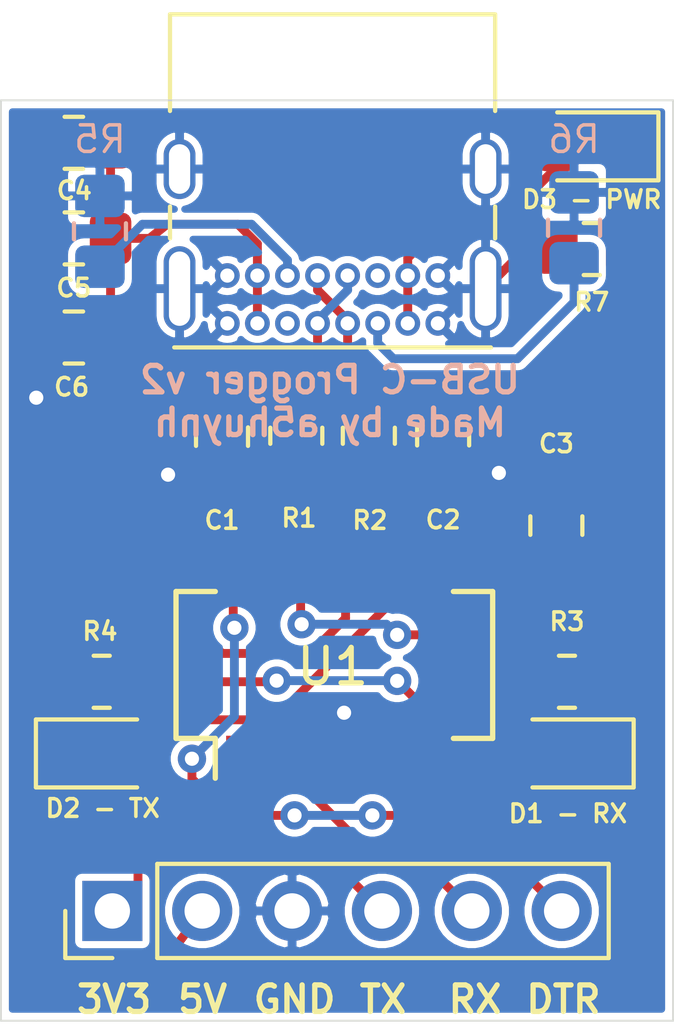
<source format=kicad_pcb>
(kicad_pcb (version 20171130) (host pcbnew "(5.1.9)-1")

  (general
    (thickness 1.6)
    (drawings 15)
    (tracks 154)
    (zones 0)
    (modules 19)
    (nets 27)
  )

  (page A4)
  (layers
    (0 F.Cu signal)
    (31 B.Cu signal)
    (32 B.Adhes user)
    (33 F.Adhes user)
    (34 B.Paste user)
    (35 F.Paste user)
    (36 B.SilkS user)
    (37 F.SilkS user)
    (38 B.Mask user)
    (39 F.Mask user)
    (40 Dwgs.User user)
    (41 Cmts.User user)
    (42 Eco1.User user)
    (43 Eco2.User user)
    (44 Edge.Cuts user)
    (45 Margin user)
    (46 B.CrtYd user)
    (47 F.CrtYd user)
    (48 B.Fab user)
    (49 F.Fab user)
  )

  (setup
    (last_trace_width 0.25)
    (user_trace_width 0.5)
    (trace_clearance 0.2)
    (zone_clearance 0.2)
    (zone_45_only no)
    (trace_min 0.2)
    (via_size 0.8)
    (via_drill 0.4)
    (via_min_size 0.02)
    (via_min_drill 0.01)
    (uvia_size 0.3)
    (uvia_drill 0.1)
    (uvias_allowed no)
    (uvia_min_size 0.2)
    (uvia_min_drill 0.1)
    (edge_width 0.05)
    (segment_width 0.2)
    (pcb_text_width 0.3)
    (pcb_text_size 1.5 1.5)
    (mod_edge_width 0.12)
    (mod_text_size 1 1)
    (mod_text_width 0.15)
    (pad_size 1.524 1.524)
    (pad_drill 0.762)
    (pad_to_mask_clearance 0.0508)
    (solder_mask_min_width 0.101)
    (aux_axis_origin 0 0)
    (visible_elements 7FFDFFFF)
    (pcbplotparams
      (layerselection 0x010fc_ffffffff)
      (usegerberextensions false)
      (usegerberattributes true)
      (usegerberadvancedattributes true)
      (creategerberjobfile true)
      (excludeedgelayer true)
      (linewidth 0.100000)
      (plotframeref false)
      (viasonmask false)
      (mode 1)
      (useauxorigin false)
      (hpglpennumber 1)
      (hpglpenspeed 20)
      (hpglpendiameter 15.000000)
      (psnegative false)
      (psa4output false)
      (plotreference true)
      (plotvalue true)
      (plotinvisibletext false)
      (padsonsilk false)
      (subtractmaskfromsilk false)
      (outputformat 1)
      (mirror false)
      (drillshape 1)
      (scaleselection 1)
      (outputdirectory ""))
  )

  (net 0 "")
  (net 1 /3V3OUT)
  (net 2 "Net-(D1-Pad1)")
  (net 3 "Net-(D2-Pad1)")
  (net 4 /TX)
  (net 5 /RX)
  (net 6 "Net-(J2-PadB5)")
  (net 7 "Net-(J2-PadB8)")
  (net 8 "Net-(J2-PadA8)")
  (net 9 "Net-(J2-PadA5)")
  (net 10 "Net-(R1-Pad1)")
  (net 11 "Net-(R2-Pad1)")
  (net 12 "Net-(U1-Pad19)")
  (net 13 "Net-(U1-Pad18)")
  (net 14 "Net-(U1-Pad9)")
  (net 15 "Net-(U1-Pad8)")
  (net 16 "Net-(U1-Pad7)")
  (net 17 "Net-(U1-Pad5)")
  (net 18 "Net-(U1-Pad2)")
  (net 19 /CBUS1)
  (net 20 /CBUS2)
  (net 21 /DTR)
  (net 22 GND)
  (net 23 /VBUS)
  (net 24 /D-)
  (net 25 /D+)
  (net 26 "Net-(D3-Pad1)")

  (net_class Default "This is the default net class."
    (clearance 0.2)
    (trace_width 0.25)
    (via_dia 0.8)
    (via_drill 0.4)
    (uvia_dia 0.3)
    (uvia_drill 0.1)
    (add_net /3V3OUT)
    (add_net /CBUS1)
    (add_net /CBUS2)
    (add_net /D+)
    (add_net /D-)
    (add_net /DTR)
    (add_net /RX)
    (add_net /TX)
    (add_net /VBUS)
    (add_net GND)
    (add_net "Net-(D1-Pad1)")
    (add_net "Net-(D2-Pad1)")
    (add_net "Net-(D3-Pad1)")
    (add_net "Net-(J2-PadA5)")
    (add_net "Net-(J2-PadA8)")
    (add_net "Net-(J2-PadB5)")
    (add_net "Net-(J2-PadB8)")
    (add_net "Net-(R1-Pad1)")
    (add_net "Net-(R2-Pad1)")
    (add_net "Net-(U1-Pad18)")
    (add_net "Net-(U1-Pad19)")
    (add_net "Net-(U1-Pad2)")
    (add_net "Net-(U1-Pad5)")
    (add_net "Net-(U1-Pad7)")
    (add_net "Net-(U1-Pad8)")
    (add_net "Net-(U1-Pad9)")
  )

  (module Connector_USB:USB_C_Receptacle_GCT_USB4085 (layer F.Cu) (tedit 5BCCCD93) (tstamp 6073E1E2)
    (at 160.35 77.8 180)
    (descr "USB 2.0 Type C Receptacle, https://gct.co/Files/Drawings/USB4085.pdf")
    (tags "USB Type-C Receptacle Through-hole Right angle")
    (path /606484AC)
    (fp_text reference J2 (at 3.25 4.8) (layer F.SilkS) hide
      (effects (font (size 1 1) (thickness 0.15)))
    )
    (fp_text value USB_C_Receptacle_USB2.0 (at 2.975 9.925) (layer F.Fab)
      (effects (font (size 1 1) (thickness 0.15)))
    )
    (fp_line (start -0.025 6.1) (end 5.975 6.1) (layer F.Fab) (width 0.1))
    (fp_line (start 8.25 -1.06) (end 8.25 9.11) (layer F.CrtYd) (width 0.05))
    (fp_line (start -2.3 -1.06) (end 8.25 -1.06) (layer F.CrtYd) (width 0.05))
    (fp_line (start -2.3 9.11) (end 8.25 9.11) (layer F.CrtYd) (width 0.05))
    (fp_line (start -2.3 -1.06) (end -2.3 9.11) (layer F.CrtYd) (width 0.05))
    (fp_line (start -1.62 2.4) (end -1.62 3.3) (layer F.SilkS) (width 0.12))
    (fp_line (start 7.57 2.4) (end 7.57 3.3) (layer F.SilkS) (width 0.12))
    (fp_line (start -1.62 6) (end -1.62 8.73) (layer F.SilkS) (width 0.12))
    (fp_line (start 7.57 6) (end 7.57 8.73) (layer F.SilkS) (width 0.12))
    (fp_line (start 7.45 -0.56) (end 7.45 8.61) (layer F.Fab) (width 0.1))
    (fp_line (start -1.5 -0.56) (end -1.5 8.61) (layer F.Fab) (width 0.1))
    (fp_line (start -1.5 -0.68) (end 7.45 -0.68) (layer F.SilkS) (width 0.12))
    (fp_line (start -1.62 8.73) (end 7.57 8.73) (layer F.SilkS) (width 0.12))
    (fp_line (start -1.5 8.61) (end 7.45 8.61) (layer F.Fab) (width 0.1))
    (fp_line (start -1.5 -0.56) (end 7.45 -0.56) (layer F.Fab) (width 0.1))
    (fp_text user %R (at 3.25 4.8) (layer F.Fab)
      (effects (font (size 1 1) (thickness 0.15)))
    )
    (fp_text user "PCB Edge" (at 2.975 6.1) (layer Dwgs.User)
      (effects (font (size 0.5 0.5) (thickness 0.1)))
    )
    (pad S1 thru_hole oval (at 7.3 4.36 180) (size 0.9 1.7) (drill oval 0.6 1.4) (layers *.Cu *.Mask)
      (net 22 GND))
    (pad S1 thru_hole oval (at -1.35 4.36 180) (size 0.9 1.7) (drill oval 0.6 1.4) (layers *.Cu *.Mask)
      (net 22 GND))
    (pad S1 thru_hole oval (at 7.3 0.98 180) (size 0.9 2.4) (drill oval 0.6 2.1) (layers *.Cu *.Mask)
      (net 22 GND))
    (pad S1 thru_hole oval (at -1.35 0.98 180) (size 0.9 2.4) (drill oval 0.6 2.1) (layers *.Cu *.Mask)
      (net 22 GND))
    (pad B6 thru_hole circle (at 3.4 1.35 180) (size 0.7 0.7) (drill 0.4) (layers *.Cu *.Mask)
      (net 25 /D+))
    (pad B1 thru_hole circle (at 5.95 1.35 180) (size 0.7 0.7) (drill 0.4) (layers *.Cu *.Mask)
      (net 22 GND))
    (pad B4 thru_hole circle (at 5.1 1.35 180) (size 0.7 0.7) (drill 0.4) (layers *.Cu *.Mask)
      (net 23 /VBUS))
    (pad B5 thru_hole circle (at 4.25 1.35 180) (size 0.7 0.7) (drill 0.4) (layers *.Cu *.Mask)
      (net 6 "Net-(J2-PadB5)"))
    (pad B12 thru_hole circle (at 0 1.35 180) (size 0.7 0.7) (drill 0.4) (layers *.Cu *.Mask)
      (net 22 GND))
    (pad B8 thru_hole circle (at 1.7 1.35 180) (size 0.7 0.7) (drill 0.4) (layers *.Cu *.Mask)
      (net 7 "Net-(J2-PadB8)"))
    (pad B7 thru_hole circle (at 2.55 1.35 180) (size 0.7 0.7) (drill 0.4) (layers *.Cu *.Mask)
      (net 24 /D-))
    (pad B9 thru_hole circle (at 0.85 1.35 180) (size 0.7 0.7) (drill 0.4) (layers *.Cu *.Mask)
      (net 23 /VBUS))
    (pad A12 thru_hole circle (at 5.95 0 180) (size 0.7 0.7) (drill 0.4) (layers *.Cu *.Mask)
      (net 22 GND))
    (pad A9 thru_hole circle (at 5.1 0 180) (size 0.7 0.7) (drill 0.4) (layers *.Cu *.Mask)
      (net 23 /VBUS))
    (pad A8 thru_hole circle (at 4.25 0 180) (size 0.7 0.7) (drill 0.4) (layers *.Cu *.Mask)
      (net 8 "Net-(J2-PadA8)"))
    (pad A7 thru_hole circle (at 3.4 0 180) (size 0.7 0.7) (drill 0.4) (layers *.Cu *.Mask)
      (net 24 /D-))
    (pad A6 thru_hole circle (at 2.55 0 180) (size 0.7 0.7) (drill 0.4) (layers *.Cu *.Mask)
      (net 25 /D+))
    (pad A5 thru_hole circle (at 1.7 0 180) (size 0.7 0.7) (drill 0.4) (layers *.Cu *.Mask)
      (net 9 "Net-(J2-PadA5)"))
    (pad A4 thru_hole circle (at 0.85 0 180) (size 0.7 0.7) (drill 0.4) (layers *.Cu *.Mask)
      (net 23 /VBUS))
    (pad A1 thru_hole circle (at 0 0 180) (size 0.7 0.7) (drill 0.4) (layers *.Cu *.Mask)
      (net 22 GND))
    (model ${KISYS3DMOD}/Connector_USB.3dshapes/USB_C_Receptacle_GCT_USB4085.wrl
      (at (xyz 0 0 0))
      (scale (xyz 1 1 1))
      (rotate (xyz 0 0 0))
    )
  )

  (module Package_SO:SSOP-20_3.9x8.7mm_P0.635mm (layer F.Cu) (tedit 5A4A2523) (tstamp 607351D2)
    (at 157.425 87.45 90)
    (descr "SSOP20: plastic shrink small outline package; 24 leads; body width 3.9 mm; lead pitch 0.635; (see http://www.ftdichip.com/Support/Documents/DataSheets/ICs/DS_FT231X.pdf)")
    (tags "SSOP 0.635")
    (path /6063D4B7)
    (attr smd)
    (fp_text reference U1 (at -0.05 -0.0475) (layer F.SilkS)
      (effects (font (size 1 1) (thickness 0.15)))
    )
    (fp_text value FT231XS (at 0 5.4 90) (layer F.Fab)
      (effects (font (size 1 1) (thickness 0.15)))
    )
    (fp_line (start -2.075 -3.365) (end -3.2 -3.365) (layer F.SilkS) (width 0.15))
    (fp_line (start -2.075 4.475) (end 2.075 4.475) (layer F.SilkS) (width 0.15))
    (fp_line (start -2.075 -4.475) (end 2.075 -4.475) (layer F.SilkS) (width 0.15))
    (fp_line (start -2.075 4.475) (end -2.075 3.365) (layer F.SilkS) (width 0.15))
    (fp_line (start 2.075 4.475) (end 2.075 3.365) (layer F.SilkS) (width 0.15))
    (fp_line (start 2.075 -4.475) (end 2.075 -3.365) (layer F.SilkS) (width 0.15))
    (fp_line (start -2.075 -3.365) (end -2.075 -4.475) (layer F.SilkS) (width 0.15))
    (fp_line (start -3.45 4.65) (end 3.45 4.65) (layer F.CrtYd) (width 0.05))
    (fp_line (start -3.45 -4.65) (end 3.45 -4.65) (layer F.CrtYd) (width 0.05))
    (fp_line (start 3.45 -4.65) (end 3.45 4.65) (layer F.CrtYd) (width 0.05))
    (fp_line (start -3.45 -4.65) (end -3.45 4.65) (layer F.CrtYd) (width 0.05))
    (fp_line (start -1.95 -3.35) (end -0.95 -4.35) (layer F.Fab) (width 0.15))
    (fp_line (start -1.95 4.35) (end -1.95 -3.35) (layer F.Fab) (width 0.15))
    (fp_line (start 1.95 4.35) (end -1.95 4.35) (layer F.Fab) (width 0.15))
    (fp_line (start 1.95 -4.35) (end 1.95 4.35) (layer F.Fab) (width 0.15))
    (fp_line (start -0.95 -4.35) (end 1.95 -4.35) (layer F.Fab) (width 0.15))
    (fp_text user %R (at 0 0 90) (layer F.Fab)
      (effects (font (size 0.8 0.8) (thickness 0.15)))
    )
    (pad 20 smd rect (at 2.6 -2.8575 90) (size 1.2 0.4) (layers F.Cu F.Paste F.Mask)
      (net 4 /TX))
    (pad 19 smd rect (at 2.6 -2.2225 90) (size 1.2 0.4) (layers F.Cu F.Paste F.Mask)
      (net 12 "Net-(U1-Pad19)"))
    (pad 18 smd rect (at 2.6 -1.5875 90) (size 1.2 0.4) (layers F.Cu F.Paste F.Mask)
      (net 13 "Net-(U1-Pad18)"))
    (pad 17 smd rect (at 2.6 -0.9525 90) (size 1.2 0.4) (layers F.Cu F.Paste F.Mask)
      (net 19 /CBUS1))
    (pad 16 smd rect (at 2.6 -0.3175 90) (size 1.2 0.4) (layers F.Cu F.Paste F.Mask)
      (net 22 GND))
    (pad 15 smd rect (at 2.6 0.3175 90) (size 1.2 0.4) (layers F.Cu F.Paste F.Mask)
      (net 23 /VBUS))
    (pad 14 smd rect (at 2.6 0.9525 90) (size 1.2 0.4) (layers F.Cu F.Paste F.Mask)
      (net 1 /3V3OUT))
    (pad 13 smd rect (at 2.6 1.5875 90) (size 1.2 0.4) (layers F.Cu F.Paste F.Mask)
      (net 1 /3V3OUT))
    (pad 12 smd rect (at 2.6 2.2225 90) (size 1.2 0.4) (layers F.Cu F.Paste F.Mask)
      (net 10 "Net-(R1-Pad1)"))
    (pad 11 smd rect (at 2.6 2.8575 90) (size 1.2 0.4) (layers F.Cu F.Paste F.Mask)
      (net 11 "Net-(R2-Pad1)"))
    (pad 10 smd rect (at -2.6 2.8575 90) (size 1.2 0.4) (layers F.Cu F.Paste F.Mask)
      (net 20 /CBUS2))
    (pad 9 smd rect (at -2.6 2.2225 90) (size 1.2 0.4) (layers F.Cu F.Paste F.Mask)
      (net 14 "Net-(U1-Pad9)"))
    (pad 8 smd rect (at -2.6 1.5875 90) (size 1.2 0.4) (layers F.Cu F.Paste F.Mask)
      (net 15 "Net-(U1-Pad8)"))
    (pad 7 smd rect (at -2.6 0.9525 90) (size 1.2 0.4) (layers F.Cu F.Paste F.Mask)
      (net 16 "Net-(U1-Pad7)"))
    (pad 6 smd rect (at -2.6 0.3175 90) (size 1.2 0.4) (layers F.Cu F.Paste F.Mask)
      (net 22 GND))
    (pad 5 smd rect (at -2.6 -0.3175 90) (size 1.2 0.4) (layers F.Cu F.Paste F.Mask)
      (net 17 "Net-(U1-Pad5)"))
    (pad 4 smd rect (at -2.6 -0.9525 90) (size 1.2 0.4) (layers F.Cu F.Paste F.Mask)
      (net 5 /RX))
    (pad 3 smd rect (at -2.6 -1.5875 90) (size 1.2 0.4) (layers F.Cu F.Paste F.Mask)
      (net 1 /3V3OUT))
    (pad 2 smd rect (at -2.6 -2.2225 90) (size 1.2 0.4) (layers F.Cu F.Paste F.Mask)
      (net 18 "Net-(U1-Pad2)"))
    (pad 1 smd rect (at -2.6 -2.8575 90) (size 1.2 0.4) (layers F.Cu F.Paste F.Mask)
      (net 21 /DTR))
    (model ${KISYS3DMOD}/Package_SO.3dshapes/SSOP-20_3.9x8.7mm_P0.635mm.wrl
      (at (xyz 0 0 0))
      (scale (xyz 1 1 1))
      (rotate (xyz 0 0 0))
    )
  )

  (module LED_SMD:LED_0805_2012Metric_Pad1.15x1.40mm_HandSolder (layer F.Cu) (tedit 5F68FEF1) (tstamp 60739CBB)
    (at 164.725 72.8 180)
    (descr "LED SMD 0805 (2012 Metric), square (rectangular) end terminal, IPC_7351 nominal, (Body size source: https://docs.google.com/spreadsheets/d/1BsfQQcO9C6DZCsRaXUlFlo91Tg2WpOkGARC1WS5S8t0/edit?usp=sharing), generated with kicad-footprint-generator")
    (tags "LED handsolder")
    (path /6082E224)
    (attr smd)
    (fp_text reference "D3 - PWR" (at 0.025 -1.5) (layer F.SilkS)
      (effects (font (size 0.5 0.5) (thickness 0.1)))
    )
    (fp_text value "RX Red" (at 0 1.65) (layer F.Fab)
      (effects (font (size 1 1) (thickness 0.15)))
    )
    (fp_text user %R (at 0 0) (layer F.Fab)
      (effects (font (size 0.5 0.5) (thickness 0.08)))
    )
    (fp_line (start 1 -0.6) (end -0.7 -0.6) (layer F.Fab) (width 0.1))
    (fp_line (start -0.7 -0.6) (end -1 -0.3) (layer F.Fab) (width 0.1))
    (fp_line (start -1 -0.3) (end -1 0.6) (layer F.Fab) (width 0.1))
    (fp_line (start -1 0.6) (end 1 0.6) (layer F.Fab) (width 0.1))
    (fp_line (start 1 0.6) (end 1 -0.6) (layer F.Fab) (width 0.1))
    (fp_line (start 1 -0.96) (end -1.86 -0.96) (layer F.SilkS) (width 0.12))
    (fp_line (start -1.86 -0.96) (end -1.86 0.96) (layer F.SilkS) (width 0.12))
    (fp_line (start -1.86 0.96) (end 1 0.96) (layer F.SilkS) (width 0.12))
    (fp_line (start -1.85 0.95) (end -1.85 -0.95) (layer F.CrtYd) (width 0.05))
    (fp_line (start -1.85 -0.95) (end 1.85 -0.95) (layer F.CrtYd) (width 0.05))
    (fp_line (start 1.85 -0.95) (end 1.85 0.95) (layer F.CrtYd) (width 0.05))
    (fp_line (start 1.85 0.95) (end -1.85 0.95) (layer F.CrtYd) (width 0.05))
    (pad 2 smd roundrect (at 1.025 0 180) (size 1.15 1.4) (layers F.Cu F.Paste F.Mask) (roundrect_rratio 0.217391)
      (net 23 /VBUS))
    (pad 1 smd roundrect (at -1.025 0 180) (size 1.15 1.4) (layers F.Cu F.Paste F.Mask) (roundrect_rratio 0.217391)
      (net 26 "Net-(D3-Pad1)"))
    (model ${KISYS3DMOD}/LED_SMD.3dshapes/LED_0805_2012Metric.wrl
      (at (xyz 0 0 0))
      (scale (xyz 1 1 1))
      (rotate (xyz 0 0 0))
    )
  )

  (module Resistor_SMD:R_0805_2012Metric_Pad1.20x1.40mm_HandSolder (layer F.Cu) (tedit 5F68FEEE) (tstamp 60739819)
    (at 164.7 75.7)
    (descr "Resistor SMD 0805 (2012 Metric), square (rectangular) end terminal, IPC_7351 nominal with elongated pad for handsoldering. (Body size source: IPC-SM-782 page 72, https://www.pcb-3d.com/wordpress/wp-content/uploads/ipc-sm-782a_amendment_1_and_2.pdf), generated with kicad-footprint-generator")
    (tags "resistor handsolder")
    (path /6082D2DD)
    (attr smd)
    (fp_text reference R7 (at 0 1.5) (layer F.SilkS)
      (effects (font (size 0.5 0.5) (thickness 0.1)))
    )
    (fp_text value 270 (at 0 1.65) (layer F.Fab)
      (effects (font (size 1 1) (thickness 0.15)))
    )
    (fp_text user %R (at 0 0) (layer F.Fab)
      (effects (font (size 0.5 0.5) (thickness 0.08)))
    )
    (fp_line (start -1 0.625) (end -1 -0.625) (layer F.Fab) (width 0.1))
    (fp_line (start -1 -0.625) (end 1 -0.625) (layer F.Fab) (width 0.1))
    (fp_line (start 1 -0.625) (end 1 0.625) (layer F.Fab) (width 0.1))
    (fp_line (start 1 0.625) (end -1 0.625) (layer F.Fab) (width 0.1))
    (fp_line (start -0.227064 -0.735) (end 0.227064 -0.735) (layer F.SilkS) (width 0.12))
    (fp_line (start -0.227064 0.735) (end 0.227064 0.735) (layer F.SilkS) (width 0.12))
    (fp_line (start -1.85 0.95) (end -1.85 -0.95) (layer F.CrtYd) (width 0.05))
    (fp_line (start -1.85 -0.95) (end 1.85 -0.95) (layer F.CrtYd) (width 0.05))
    (fp_line (start 1.85 -0.95) (end 1.85 0.95) (layer F.CrtYd) (width 0.05))
    (fp_line (start 1.85 0.95) (end -1.85 0.95) (layer F.CrtYd) (width 0.05))
    (pad 2 smd roundrect (at 1 0) (size 1.2 1.4) (layers F.Cu F.Paste F.Mask) (roundrect_rratio 0.208333)
      (net 26 "Net-(D3-Pad1)"))
    (pad 1 smd roundrect (at -1 0) (size 1.2 1.4) (layers F.Cu F.Paste F.Mask) (roundrect_rratio 0.208333)
      (net 22 GND))
    (model ${KISYS3DMOD}/Resistor_SMD.3dshapes/R_0805_2012Metric.wrl
      (at (xyz 0 0 0))
      (scale (xyz 1 1 1))
      (rotate (xyz 0 0 0))
    )
  )

  (module Connector_PinHeader_2.54mm:PinHeader_1x06_P2.54mm_Vertical (layer F.Cu) (tedit 59FED5CC) (tstamp 606534D1)
    (at 151.15 94.4 90)
    (descr "Through hole straight pin header, 1x06, 2.54mm pitch, single row")
    (tags "Through hole pin header THT 1x06 2.54mm single row")
    (path /606F27E6)
    (fp_text reference J1 (at 0.4 -2.36 90) (layer F.SilkS) hide
      (effects (font (size 1 1) (thickness 0.15)))
    )
    (fp_text value Conn_01x06 (at 0 15.03 90) (layer F.Fab)
      (effects (font (size 1 1) (thickness 0.15)))
    )
    (fp_line (start 1.8 -1.8) (end -1.8 -1.8) (layer F.CrtYd) (width 0.05))
    (fp_line (start 1.8 14.5) (end 1.8 -1.8) (layer F.CrtYd) (width 0.05))
    (fp_line (start -1.8 14.5) (end 1.8 14.5) (layer F.CrtYd) (width 0.05))
    (fp_line (start -1.8 -1.8) (end -1.8 14.5) (layer F.CrtYd) (width 0.05))
    (fp_line (start -1.33 -1.33) (end 0 -1.33) (layer F.SilkS) (width 0.12))
    (fp_line (start -1.33 0) (end -1.33 -1.33) (layer F.SilkS) (width 0.12))
    (fp_line (start -1.33 1.27) (end 1.33 1.27) (layer F.SilkS) (width 0.12))
    (fp_line (start 1.33 1.27) (end 1.33 14.03) (layer F.SilkS) (width 0.12))
    (fp_line (start -1.33 1.27) (end -1.33 14.03) (layer F.SilkS) (width 0.12))
    (fp_line (start -1.33 14.03) (end 1.33 14.03) (layer F.SilkS) (width 0.12))
    (fp_line (start -1.27 -0.635) (end -0.635 -1.27) (layer F.Fab) (width 0.1))
    (fp_line (start -1.27 13.97) (end -1.27 -0.635) (layer F.Fab) (width 0.1))
    (fp_line (start 1.27 13.97) (end -1.27 13.97) (layer F.Fab) (width 0.1))
    (fp_line (start 1.27 -1.27) (end 1.27 13.97) (layer F.Fab) (width 0.1))
    (fp_line (start -0.635 -1.27) (end 1.27 -1.27) (layer F.Fab) (width 0.1))
    (fp_text user %R (at 0 6.35) (layer F.Fab)
      (effects (font (size 1 1) (thickness 0.15)))
    )
    (pad 6 thru_hole oval (at 0 12.7 90) (size 1.7 1.7) (drill 1) (layers *.Cu *.Mask)
      (net 21 /DTR))
    (pad 5 thru_hole oval (at 0 10.16 90) (size 1.7 1.7) (drill 1) (layers *.Cu *.Mask)
      (net 5 /RX))
    (pad 4 thru_hole oval (at 0 7.62 90) (size 1.7 1.7) (drill 1) (layers *.Cu *.Mask)
      (net 4 /TX))
    (pad 3 thru_hole oval (at 0 5.08 90) (size 1.7 1.7) (drill 1) (layers *.Cu *.Mask)
      (net 22 GND))
    (pad 2 thru_hole oval (at 0 2.54 90) (size 1.7 1.7) (drill 1) (layers *.Cu *.Mask)
      (net 23 /VBUS))
    (pad 1 thru_hole rect (at 0 0 90) (size 1.7 1.7) (drill 1) (layers *.Cu *.Mask)
      (net 1 /3V3OUT))
    (model ${KISYS3DMOD}/Connector_PinHeader_2.54mm.3dshapes/PinHeader_1x06_P2.54mm_Vertical.wrl
      (at (xyz 0 0 0))
      (scale (xyz 1 1 1))
      (rotate (xyz 0 0 0))
    )
  )

  (module Resistor_SMD:R_0805_2012Metric_Pad1.20x1.40mm_HandSolder (layer B.Cu) (tedit 5F68FEEE) (tstamp 606FC1D5)
    (at 164.2 75.1 90)
    (descr "Resistor SMD 0805 (2012 Metric), square (rectangular) end terminal, IPC_7351 nominal with elongated pad for handsoldering. (Body size source: IPC-SM-782 page 72, https://www.pcb-3d.com/wordpress/wp-content/uploads/ipc-sm-782a_amendment_1_and_2.pdf), generated with kicad-footprint-generator")
    (tags "resistor handsolder")
    (path /606FDDEF)
    (attr smd)
    (fp_text reference R6 (at 2.5 0 180) (layer B.SilkS)
      (effects (font (size 0.75 0.75) (thickness 0.1)) (justify mirror))
    )
    (fp_text value 5.1K (at 0 -1.65 90) (layer B.Fab)
      (effects (font (size 1 1) (thickness 0.15)) (justify mirror))
    )
    (fp_line (start 1.85 -0.95) (end -1.85 -0.95) (layer B.CrtYd) (width 0.05))
    (fp_line (start 1.85 0.95) (end 1.85 -0.95) (layer B.CrtYd) (width 0.05))
    (fp_line (start -1.85 0.95) (end 1.85 0.95) (layer B.CrtYd) (width 0.05))
    (fp_line (start -1.85 -0.95) (end -1.85 0.95) (layer B.CrtYd) (width 0.05))
    (fp_line (start -0.227064 -0.735) (end 0.227064 -0.735) (layer B.SilkS) (width 0.12))
    (fp_line (start -0.227064 0.735) (end 0.227064 0.735) (layer B.SilkS) (width 0.12))
    (fp_line (start 1 -0.625) (end -1 -0.625) (layer B.Fab) (width 0.1))
    (fp_line (start 1 0.625) (end 1 -0.625) (layer B.Fab) (width 0.1))
    (fp_line (start -1 0.625) (end 1 0.625) (layer B.Fab) (width 0.1))
    (fp_line (start -1 -0.625) (end -1 0.625) (layer B.Fab) (width 0.1))
    (fp_text user %R (at 0 0 90) (layer B.Fab)
      (effects (font (size 0.5 0.5) (thickness 0.08)) (justify mirror))
    )
    (pad 2 smd roundrect (at 1 0 90) (size 1.2 1.4) (layers B.Cu B.Paste B.Mask) (roundrect_rratio 0.208333)
      (net 22 GND))
    (pad 1 smd roundrect (at -1 0 90) (size 1.2 1.4) (layers B.Cu B.Paste B.Mask) (roundrect_rratio 0.208333)
      (net 9 "Net-(J2-PadA5)"))
    (model ${KISYS3DMOD}/Resistor_SMD.3dshapes/R_0805_2012Metric.wrl
      (at (xyz 0 0 0))
      (scale (xyz 1 1 1))
      (rotate (xyz 0 0 0))
    )
  )

  (module Resistor_SMD:R_0805_2012Metric_Pad1.20x1.40mm_HandSolder (layer B.Cu) (tedit 5F68FEEE) (tstamp 606FC1C4)
    (at 150.8 75.2 90)
    (descr "Resistor SMD 0805 (2012 Metric), square (rectangular) end terminal, IPC_7351 nominal with elongated pad for handsoldering. (Body size source: IPC-SM-782 page 72, https://www.pcb-3d.com/wordpress/wp-content/uploads/ipc-sm-782a_amendment_1_and_2.pdf), generated with kicad-footprint-generator")
    (tags "resistor handsolder")
    (path /606FBDCA)
    (attr smd)
    (fp_text reference R5 (at 2.6 0 180) (layer B.SilkS)
      (effects (font (size 0.75 0.75) (thickness 0.1)) (justify mirror))
    )
    (fp_text value 5.1K (at 0 -1.65 90) (layer B.Fab)
      (effects (font (size 1 1) (thickness 0.15)) (justify mirror))
    )
    (fp_line (start 1.85 -0.95) (end -1.85 -0.95) (layer B.CrtYd) (width 0.05))
    (fp_line (start 1.85 0.95) (end 1.85 -0.95) (layer B.CrtYd) (width 0.05))
    (fp_line (start -1.85 0.95) (end 1.85 0.95) (layer B.CrtYd) (width 0.05))
    (fp_line (start -1.85 -0.95) (end -1.85 0.95) (layer B.CrtYd) (width 0.05))
    (fp_line (start -0.227064 -0.735) (end 0.227064 -0.735) (layer B.SilkS) (width 0.12))
    (fp_line (start -0.227064 0.735) (end 0.227064 0.735) (layer B.SilkS) (width 0.12))
    (fp_line (start 1 -0.625) (end -1 -0.625) (layer B.Fab) (width 0.1))
    (fp_line (start 1 0.625) (end 1 -0.625) (layer B.Fab) (width 0.1))
    (fp_line (start -1 0.625) (end 1 0.625) (layer B.Fab) (width 0.1))
    (fp_line (start -1 -0.625) (end -1 0.625) (layer B.Fab) (width 0.1))
    (fp_text user %R (at 0 0 90) (layer B.Fab)
      (effects (font (size 0.5 0.5) (thickness 0.08)) (justify mirror))
    )
    (pad 2 smd roundrect (at 1 0 90) (size 1.2 1.4) (layers B.Cu B.Paste B.Mask) (roundrect_rratio 0.208333)
      (net 22 GND))
    (pad 1 smd roundrect (at -1 0 90) (size 1.2 1.4) (layers B.Cu B.Paste B.Mask) (roundrect_rratio 0.208333)
      (net 6 "Net-(J2-PadB5)"))
    (model ${KISYS3DMOD}/Resistor_SMD.3dshapes/R_0805_2012Metric.wrl
      (at (xyz 0 0 0))
      (scale (xyz 1 1 1))
      (rotate (xyz 0 0 0))
    )
  )

  (module Resistor_SMD:R_0805_2012Metric_Pad1.20x1.40mm_HandSolder (layer F.Cu) (tedit 5F68FEEE) (tstamp 60646FF5)
    (at 150.85 87.925 180)
    (descr "Resistor SMD 0805 (2012 Metric), square (rectangular) end terminal, IPC_7351 nominal with elongated pad for handsoldering. (Body size source: IPC-SM-782 page 72, https://www.pcb-3d.com/wordpress/wp-content/uploads/ipc-sm-782a_amendment_1_and_2.pdf), generated with kicad-footprint-generator")
    (tags "resistor handsolder")
    (path /60656301)
    (attr smd)
    (fp_text reference R4 (at 0.05 1.425) (layer F.SilkS)
      (effects (font (size 0.5 0.5) (thickness 0.1)))
    )
    (fp_text value 270 (at 0 1.65) (layer F.Fab)
      (effects (font (size 1 1) (thickness 0.15)))
    )
    (fp_line (start 1.85 0.95) (end -1.85 0.95) (layer F.CrtYd) (width 0.05))
    (fp_line (start 1.85 -0.95) (end 1.85 0.95) (layer F.CrtYd) (width 0.05))
    (fp_line (start -1.85 -0.95) (end 1.85 -0.95) (layer F.CrtYd) (width 0.05))
    (fp_line (start -1.85 0.95) (end -1.85 -0.95) (layer F.CrtYd) (width 0.05))
    (fp_line (start -0.227064 0.735) (end 0.227064 0.735) (layer F.SilkS) (width 0.12))
    (fp_line (start -0.227064 -0.735) (end 0.227064 -0.735) (layer F.SilkS) (width 0.12))
    (fp_line (start 1 0.625) (end -1 0.625) (layer F.Fab) (width 0.1))
    (fp_line (start 1 -0.625) (end 1 0.625) (layer F.Fab) (width 0.1))
    (fp_line (start -1 -0.625) (end 1 -0.625) (layer F.Fab) (width 0.1))
    (fp_line (start -1 0.625) (end -1 -0.625) (layer F.Fab) (width 0.1))
    (fp_text user %R (at 0 0) (layer F.Fab)
      (effects (font (size 0.5 0.5) (thickness 0.08)))
    )
    (pad 2 smd roundrect (at 1 0 180) (size 1.2 1.4) (layers F.Cu F.Paste F.Mask) (roundrect_rratio 0.208333)
      (net 3 "Net-(D2-Pad1)"))
    (pad 1 smd roundrect (at -1 0 180) (size 1.2 1.4) (layers F.Cu F.Paste F.Mask) (roundrect_rratio 0.208333)
      (net 20 /CBUS2))
    (model ${KISYS3DMOD}/Resistor_SMD.3dshapes/R_0805_2012Metric.wrl
      (at (xyz 0 0 0))
      (scale (xyz 1 1 1))
      (rotate (xyz 0 0 0))
    )
  )

  (module Resistor_SMD:R_0805_2012Metric_Pad1.20x1.40mm_HandSolder (layer F.Cu) (tedit 5F68FEEE) (tstamp 60646FE4)
    (at 164 87.925)
    (descr "Resistor SMD 0805 (2012 Metric), square (rectangular) end terminal, IPC_7351 nominal with elongated pad for handsoldering. (Body size source: IPC-SM-782 page 72, https://www.pcb-3d.com/wordpress/wp-content/uploads/ipc-sm-782a_amendment_1_and_2.pdf), generated with kicad-footprint-generator")
    (tags "resistor handsolder")
    (path /60655864)
    (attr smd)
    (fp_text reference R3 (at 0 -1.7) (layer F.SilkS)
      (effects (font (size 0.5 0.5) (thickness 0.1)))
    )
    (fp_text value 270 (at 0 1.65) (layer F.Fab)
      (effects (font (size 1 1) (thickness 0.15)))
    )
    (fp_line (start 1.85 0.95) (end -1.85 0.95) (layer F.CrtYd) (width 0.05))
    (fp_line (start 1.85 -0.95) (end 1.85 0.95) (layer F.CrtYd) (width 0.05))
    (fp_line (start -1.85 -0.95) (end 1.85 -0.95) (layer F.CrtYd) (width 0.05))
    (fp_line (start -1.85 0.95) (end -1.85 -0.95) (layer F.CrtYd) (width 0.05))
    (fp_line (start -0.227064 0.735) (end 0.227064 0.735) (layer F.SilkS) (width 0.12))
    (fp_line (start -0.227064 -0.735) (end 0.227064 -0.735) (layer F.SilkS) (width 0.12))
    (fp_line (start 1 0.625) (end -1 0.625) (layer F.Fab) (width 0.1))
    (fp_line (start 1 -0.625) (end 1 0.625) (layer F.Fab) (width 0.1))
    (fp_line (start -1 -0.625) (end 1 -0.625) (layer F.Fab) (width 0.1))
    (fp_line (start -1 0.625) (end -1 -0.625) (layer F.Fab) (width 0.1))
    (fp_text user %R (at 0 0) (layer F.Fab)
      (effects (font (size 0.5 0.5) (thickness 0.08)))
    )
    (pad 2 smd roundrect (at 1 0) (size 1.2 1.4) (layers F.Cu F.Paste F.Mask) (roundrect_rratio 0.208333)
      (net 2 "Net-(D1-Pad1)"))
    (pad 1 smd roundrect (at -1 0) (size 1.2 1.4) (layers F.Cu F.Paste F.Mask) (roundrect_rratio 0.208333)
      (net 19 /CBUS1))
    (model ${KISYS3DMOD}/Resistor_SMD.3dshapes/R_0805_2012Metric.wrl
      (at (xyz 0 0 0))
      (scale (xyz 1 1 1))
      (rotate (xyz 0 0 0))
    )
  )

  (module Resistor_SMD:R_0805_2012Metric_Pad1.20x1.40mm_HandSolder (layer F.Cu) (tedit 5F68FEEE) (tstamp 607348CF)
    (at 158.4 80.975 90)
    (descr "Resistor SMD 0805 (2012 Metric), square (rectangular) end terminal, IPC_7351 nominal with elongated pad for handsoldering. (Body size source: IPC-SM-782 page 72, https://www.pcb-3d.com/wordpress/wp-content/uploads/ipc-sm-782a_amendment_1_and_2.pdf), generated with kicad-footprint-generator")
    (tags "resistor handsolder")
    (path /60640A84)
    (attr smd)
    (fp_text reference R2 (at -2.39 0.03) (layer F.SilkS)
      (effects (font (size 0.5 0.5) (thickness 0.1)))
    )
    (fp_text value 27 (at 0 1.65 90) (layer F.Fab)
      (effects (font (size 1 1) (thickness 0.15)))
    )
    (fp_line (start 1.85 0.95) (end -1.85 0.95) (layer F.CrtYd) (width 0.05))
    (fp_line (start 1.85 -0.95) (end 1.85 0.95) (layer F.CrtYd) (width 0.05))
    (fp_line (start -1.85 -0.95) (end 1.85 -0.95) (layer F.CrtYd) (width 0.05))
    (fp_line (start -1.85 0.95) (end -1.85 -0.95) (layer F.CrtYd) (width 0.05))
    (fp_line (start -0.227064 0.735) (end 0.227064 0.735) (layer F.SilkS) (width 0.12))
    (fp_line (start -0.227064 -0.735) (end 0.227064 -0.735) (layer F.SilkS) (width 0.12))
    (fp_line (start 1 0.625) (end -1 0.625) (layer F.Fab) (width 0.1))
    (fp_line (start 1 -0.625) (end 1 0.625) (layer F.Fab) (width 0.1))
    (fp_line (start -1 -0.625) (end 1 -0.625) (layer F.Fab) (width 0.1))
    (fp_line (start -1 0.625) (end -1 -0.625) (layer F.Fab) (width 0.1))
    (fp_text user %R (at 0 0 90) (layer F.Fab)
      (effects (font (size 0.5 0.5) (thickness 0.08)))
    )
    (pad 2 smd roundrect (at 1 0 90) (size 1.2 1.4) (layers F.Cu F.Paste F.Mask) (roundrect_rratio 0.208333)
      (net 25 /D+))
    (pad 1 smd roundrect (at -1 0 90) (size 1.2 1.4) (layers F.Cu F.Paste F.Mask) (roundrect_rratio 0.208333)
      (net 11 "Net-(R2-Pad1)"))
    (model ${KISYS3DMOD}/Resistor_SMD.3dshapes/R_0805_2012Metric.wrl
      (at (xyz 0 0 0))
      (scale (xyz 1 1 1))
      (rotate (xyz 0 0 0))
    )
  )

  (module Resistor_SMD:R_0805_2012Metric_Pad1.20x1.40mm_HandSolder (layer F.Cu) (tedit 5F68FEEE) (tstamp 60646FC2)
    (at 156.35 80.975 90)
    (descr "Resistor SMD 0805 (2012 Metric), square (rectangular) end terminal, IPC_7351 nominal with elongated pad for handsoldering. (Body size source: IPC-SM-782 page 72, https://www.pcb-3d.com/wordpress/wp-content/uploads/ipc-sm-782a_amendment_1_and_2.pdf), generated with kicad-footprint-generator")
    (tags "resistor handsolder")
    (path /60642F55)
    (attr smd)
    (fp_text reference R1 (at -2.325 0.075) (layer F.SilkS)
      (effects (font (size 0.5 0.5) (thickness 0.1)))
    )
    (fp_text value 27 (at 0 1.65 90) (layer F.Fab)
      (effects (font (size 1 1) (thickness 0.15)))
    )
    (fp_line (start 1.85 0.95) (end -1.85 0.95) (layer F.CrtYd) (width 0.05))
    (fp_line (start 1.85 -0.95) (end 1.85 0.95) (layer F.CrtYd) (width 0.05))
    (fp_line (start -1.85 -0.95) (end 1.85 -0.95) (layer F.CrtYd) (width 0.05))
    (fp_line (start -1.85 0.95) (end -1.85 -0.95) (layer F.CrtYd) (width 0.05))
    (fp_line (start -0.227064 0.735) (end 0.227064 0.735) (layer F.SilkS) (width 0.12))
    (fp_line (start -0.227064 -0.735) (end 0.227064 -0.735) (layer F.SilkS) (width 0.12))
    (fp_line (start 1 0.625) (end -1 0.625) (layer F.Fab) (width 0.1))
    (fp_line (start 1 -0.625) (end 1 0.625) (layer F.Fab) (width 0.1))
    (fp_line (start -1 -0.625) (end 1 -0.625) (layer F.Fab) (width 0.1))
    (fp_line (start -1 0.625) (end -1 -0.625) (layer F.Fab) (width 0.1))
    (fp_text user %R (at 0 0 90) (layer F.Fab)
      (effects (font (size 0.5 0.5) (thickness 0.08)))
    )
    (pad 2 smd roundrect (at 1 0 90) (size 1.2 1.4) (layers F.Cu F.Paste F.Mask) (roundrect_rratio 0.208333)
      (net 24 /D-))
    (pad 1 smd roundrect (at -1 0 90) (size 1.2 1.4) (layers F.Cu F.Paste F.Mask) (roundrect_rratio 0.208333)
      (net 10 "Net-(R1-Pad1)"))
    (model ${KISYS3DMOD}/Resistor_SMD.3dshapes/R_0805_2012Metric.wrl
      (at (xyz 0 0 0))
      (scale (xyz 1 1 1))
      (rotate (xyz 0 0 0))
    )
  )

  (module LED_SMD:LED_0805_2012Metric_Pad1.15x1.40mm_HandSolder (layer F.Cu) (tedit 5F68FEF1) (tstamp 60656117)
    (at 150.85 89.95)
    (descr "LED SMD 0805 (2012 Metric), square (rectangular) end terminal, IPC_7351 nominal, (Body size source: https://docs.google.com/spreadsheets/d/1BsfQQcO9C6DZCsRaXUlFlo91Tg2WpOkGARC1WS5S8t0/edit?usp=sharing), generated with kicad-footprint-generator")
    (tags "LED handsolder")
    (path /606588A1)
    (attr smd)
    (fp_text reference "D2 - TX" (at 0.025 1.55) (layer F.SilkS)
      (effects (font (size 0.5 0.5) (thickness 0.1)))
    )
    (fp_text value "TX Green" (at 0 1.65) (layer F.Fab)
      (effects (font (size 1 1) (thickness 0.15)))
    )
    (fp_line (start 1.85 0.95) (end -1.85 0.95) (layer F.CrtYd) (width 0.05))
    (fp_line (start 1.85 -0.95) (end 1.85 0.95) (layer F.CrtYd) (width 0.05))
    (fp_line (start -1.85 -0.95) (end 1.85 -0.95) (layer F.CrtYd) (width 0.05))
    (fp_line (start -1.85 0.95) (end -1.85 -0.95) (layer F.CrtYd) (width 0.05))
    (fp_line (start -1.86 0.96) (end 1 0.96) (layer F.SilkS) (width 0.12))
    (fp_line (start -1.86 -0.96) (end -1.86 0.96) (layer F.SilkS) (width 0.12))
    (fp_line (start 1 -0.96) (end -1.86 -0.96) (layer F.SilkS) (width 0.12))
    (fp_line (start 1 0.6) (end 1 -0.6) (layer F.Fab) (width 0.1))
    (fp_line (start -1 0.6) (end 1 0.6) (layer F.Fab) (width 0.1))
    (fp_line (start -1 -0.3) (end -1 0.6) (layer F.Fab) (width 0.1))
    (fp_line (start -0.7 -0.6) (end -1 -0.3) (layer F.Fab) (width 0.1))
    (fp_line (start 1 -0.6) (end -0.7 -0.6) (layer F.Fab) (width 0.1))
    (fp_text user %R (at 0 0) (layer F.Fab)
      (effects (font (size 0.5 0.5) (thickness 0.08)))
    )
    (pad 2 smd roundrect (at 1.025 0) (size 1.15 1.4) (layers F.Cu F.Paste F.Mask) (roundrect_rratio 0.217391)
      (net 1 /3V3OUT))
    (pad 1 smd roundrect (at -1.025 0) (size 1.15 1.4) (layers F.Cu F.Paste F.Mask) (roundrect_rratio 0.217391)
      (net 3 "Net-(D2-Pad1)"))
    (model ${KISYS3DMOD}/LED_SMD.3dshapes/LED_0805_2012Metric.wrl
      (at (xyz 0 0 0))
      (scale (xyz 1 1 1))
      (rotate (xyz 0 0 0))
    )
  )

  (module LED_SMD:LED_0805_2012Metric_Pad1.15x1.40mm_HandSolder (layer F.Cu) (tedit 5F68FEF1) (tstamp 6064F498)
    (at 164.025 89.95 180)
    (descr "LED SMD 0805 (2012 Metric), square (rectangular) end terminal, IPC_7351 nominal, (Body size source: https://docs.google.com/spreadsheets/d/1BsfQQcO9C6DZCsRaXUlFlo91Tg2WpOkGARC1WS5S8t0/edit?usp=sharing), generated with kicad-footprint-generator")
    (tags "LED handsolder")
    (path /60657C28)
    (attr smd)
    (fp_text reference "D1 - RX" (at 0 -1.7) (layer F.SilkS)
      (effects (font (size 0.5 0.5) (thickness 0.1)))
    )
    (fp_text value "RX Red" (at 0 1.65) (layer F.Fab)
      (effects (font (size 1 1) (thickness 0.15)))
    )
    (fp_line (start 1.85 0.95) (end -1.85 0.95) (layer F.CrtYd) (width 0.05))
    (fp_line (start 1.85 -0.95) (end 1.85 0.95) (layer F.CrtYd) (width 0.05))
    (fp_line (start -1.85 -0.95) (end 1.85 -0.95) (layer F.CrtYd) (width 0.05))
    (fp_line (start -1.85 0.95) (end -1.85 -0.95) (layer F.CrtYd) (width 0.05))
    (fp_line (start -1.86 0.96) (end 1 0.96) (layer F.SilkS) (width 0.12))
    (fp_line (start -1.86 -0.96) (end -1.86 0.96) (layer F.SilkS) (width 0.12))
    (fp_line (start 1 -0.96) (end -1.86 -0.96) (layer F.SilkS) (width 0.12))
    (fp_line (start 1 0.6) (end 1 -0.6) (layer F.Fab) (width 0.1))
    (fp_line (start -1 0.6) (end 1 0.6) (layer F.Fab) (width 0.1))
    (fp_line (start -1 -0.3) (end -1 0.6) (layer F.Fab) (width 0.1))
    (fp_line (start -0.7 -0.6) (end -1 -0.3) (layer F.Fab) (width 0.1))
    (fp_line (start 1 -0.6) (end -0.7 -0.6) (layer F.Fab) (width 0.1))
    (fp_text user %R (at 0 0) (layer F.Fab)
      (effects (font (size 0.5 0.5) (thickness 0.08)))
    )
    (pad 2 smd roundrect (at 1.025 0 180) (size 1.15 1.4) (layers F.Cu F.Paste F.Mask) (roundrect_rratio 0.217391)
      (net 1 /3V3OUT))
    (pad 1 smd roundrect (at -1.025 0 180) (size 1.15 1.4) (layers F.Cu F.Paste F.Mask) (roundrect_rratio 0.217391)
      (net 2 "Net-(D1-Pad1)"))
    (model ${KISYS3DMOD}/LED_SMD.3dshapes/LED_0805_2012Metric.wrl
      (at (xyz 0 0 0))
      (scale (xyz 1 1 1))
      (rotate (xyz 0 0 0))
    )
  )

  (module Capacitor_SMD:C_0805_2012Metric_Pad1.18x1.45mm_HandSolder (layer F.Cu) (tedit 5F68FEEF) (tstamp 60655DF1)
    (at 150.0625 78.2 180)
    (descr "Capacitor SMD 0805 (2012 Metric), square (rectangular) end terminal, IPC_7351 nominal with elongated pad for handsoldering. (Body size source: IPC-SM-782 page 76, https://www.pcb-3d.com/wordpress/wp-content/uploads/ipc-sm-782a_amendment_1_and_2.pdf, https://docs.google.com/spreadsheets/d/1BsfQQcO9C6DZCsRaXUlFlo91Tg2WpOkGARC1WS5S8t0/edit?usp=sharing), generated with kicad-footprint-generator")
    (tags "capacitor handsolder")
    (path /60665A4C)
    (attr smd)
    (fp_text reference C6 (at 0.0625 -1.4) (layer F.SilkS)
      (effects (font (size 0.5 0.5) (thickness 0.1)))
    )
    (fp_text value 47pF (at 0 1.68) (layer F.Fab)
      (effects (font (size 1 1) (thickness 0.15)))
    )
    (fp_line (start 1.88 0.98) (end -1.88 0.98) (layer F.CrtYd) (width 0.05))
    (fp_line (start 1.88 -0.98) (end 1.88 0.98) (layer F.CrtYd) (width 0.05))
    (fp_line (start -1.88 -0.98) (end 1.88 -0.98) (layer F.CrtYd) (width 0.05))
    (fp_line (start -1.88 0.98) (end -1.88 -0.98) (layer F.CrtYd) (width 0.05))
    (fp_line (start -0.261252 0.735) (end 0.261252 0.735) (layer F.SilkS) (width 0.12))
    (fp_line (start -0.261252 -0.735) (end 0.261252 -0.735) (layer F.SilkS) (width 0.12))
    (fp_line (start 1 0.625) (end -1 0.625) (layer F.Fab) (width 0.1))
    (fp_line (start 1 -0.625) (end 1 0.625) (layer F.Fab) (width 0.1))
    (fp_line (start -1 -0.625) (end 1 -0.625) (layer F.Fab) (width 0.1))
    (fp_line (start -1 0.625) (end -1 -0.625) (layer F.Fab) (width 0.1))
    (fp_text user %R (at 0 0) (layer F.Fab)
      (effects (font (size 0.5 0.5) (thickness 0.08)))
    )
    (pad 2 smd roundrect (at 1.0375 0 180) (size 1.175 1.45) (layers F.Cu F.Paste F.Mask) (roundrect_rratio 0.212766)
      (net 22 GND))
    (pad 1 smd roundrect (at -1.0375 0 180) (size 1.175 1.45) (layers F.Cu F.Paste F.Mask) (roundrect_rratio 0.212766)
      (net 23 /VBUS))
    (model ${KISYS3DMOD}/Capacitor_SMD.3dshapes/C_0805_2012Metric.wrl
      (at (xyz 0 0 0))
      (scale (xyz 1 1 1))
      (rotate (xyz 0 0 0))
    )
  )

  (module Capacitor_SMD:C_0805_2012Metric_Pad1.18x1.45mm_HandSolder (layer F.Cu) (tedit 5F68FEEF) (tstamp 60735C4F)
    (at 150.0625 75.4 180)
    (descr "Capacitor SMD 0805 (2012 Metric), square (rectangular) end terminal, IPC_7351 nominal with elongated pad for handsoldering. (Body size source: IPC-SM-782 page 76, https://www.pcb-3d.com/wordpress/wp-content/uploads/ipc-sm-782a_amendment_1_and_2.pdf, https://docs.google.com/spreadsheets/d/1BsfQQcO9C6DZCsRaXUlFlo91Tg2WpOkGARC1WS5S8t0/edit?usp=sharing), generated with kicad-footprint-generator")
    (tags "capacitor handsolder")
    (path /60664F2B)
    (attr smd)
    (fp_text reference C5 (at 0 -1.4) (layer F.SilkS)
      (effects (font (size 0.5 0.5) (thickness 0.1)))
    )
    (fp_text value 100nF (at 0 1.68) (layer F.Fab)
      (effects (font (size 1 1) (thickness 0.15)))
    )
    (fp_line (start 1.88 0.98) (end -1.88 0.98) (layer F.CrtYd) (width 0.05))
    (fp_line (start 1.88 -0.98) (end 1.88 0.98) (layer F.CrtYd) (width 0.05))
    (fp_line (start -1.88 -0.98) (end 1.88 -0.98) (layer F.CrtYd) (width 0.05))
    (fp_line (start -1.88 0.98) (end -1.88 -0.98) (layer F.CrtYd) (width 0.05))
    (fp_line (start -0.261252 0.735) (end 0.261252 0.735) (layer F.SilkS) (width 0.12))
    (fp_line (start -0.261252 -0.735) (end 0.261252 -0.735) (layer F.SilkS) (width 0.12))
    (fp_line (start 1 0.625) (end -1 0.625) (layer F.Fab) (width 0.1))
    (fp_line (start 1 -0.625) (end 1 0.625) (layer F.Fab) (width 0.1))
    (fp_line (start -1 -0.625) (end 1 -0.625) (layer F.Fab) (width 0.1))
    (fp_line (start -1 0.625) (end -1 -0.625) (layer F.Fab) (width 0.1))
    (fp_text user %R (at 0 0) (layer F.Fab)
      (effects (font (size 0.5 0.5) (thickness 0.08)))
    )
    (pad 2 smd roundrect (at 1.0375 0 180) (size 1.175 1.45) (layers F.Cu F.Paste F.Mask) (roundrect_rratio 0.212766)
      (net 22 GND))
    (pad 1 smd roundrect (at -1.0375 0 180) (size 1.175 1.45) (layers F.Cu F.Paste F.Mask) (roundrect_rratio 0.212766)
      (net 23 /VBUS))
    (model ${KISYS3DMOD}/Capacitor_SMD.3dshapes/C_0805_2012Metric.wrl
      (at (xyz 0 0 0))
      (scale (xyz 1 1 1))
      (rotate (xyz 0 0 0))
    )
  )

  (module Capacitor_SMD:C_0805_2012Metric_Pad1.18x1.45mm_HandSolder (layer F.Cu) (tedit 5F68FEEF) (tstamp 6064D02C)
    (at 150.0625 72.7)
    (descr "Capacitor SMD 0805 (2012 Metric), square (rectangular) end terminal, IPC_7351 nominal with elongated pad for handsoldering. (Body size source: IPC-SM-782 page 76, https://www.pcb-3d.com/wordpress/wp-content/uploads/ipc-sm-782a_amendment_1_and_2.pdf, https://docs.google.com/spreadsheets/d/1BsfQQcO9C6DZCsRaXUlFlo91Tg2WpOkGARC1WS5S8t0/edit?usp=sharing), generated with kicad-footprint-generator")
    (tags "capacitor handsolder")
    (path /606479FC)
    (attr smd)
    (fp_text reference C4 (at 0.0125 1.35) (layer F.SilkS)
      (effects (font (size 0.5 0.5) (thickness 0.1)))
    )
    (fp_text value 10nF (at 0 1.68) (layer F.Fab)
      (effects (font (size 1 1) (thickness 0.15)))
    )
    (fp_line (start 1.88 0.98) (end -1.88 0.98) (layer F.CrtYd) (width 0.05))
    (fp_line (start 1.88 -0.98) (end 1.88 0.98) (layer F.CrtYd) (width 0.05))
    (fp_line (start -1.88 -0.98) (end 1.88 -0.98) (layer F.CrtYd) (width 0.05))
    (fp_line (start -1.88 0.98) (end -1.88 -0.98) (layer F.CrtYd) (width 0.05))
    (fp_line (start -0.261252 0.735) (end 0.261252 0.735) (layer F.SilkS) (width 0.12))
    (fp_line (start -0.261252 -0.735) (end 0.261252 -0.735) (layer F.SilkS) (width 0.12))
    (fp_line (start 1 0.625) (end -1 0.625) (layer F.Fab) (width 0.1))
    (fp_line (start 1 -0.625) (end 1 0.625) (layer F.Fab) (width 0.1))
    (fp_line (start -1 -0.625) (end 1 -0.625) (layer F.Fab) (width 0.1))
    (fp_line (start -1 0.625) (end -1 -0.625) (layer F.Fab) (width 0.1))
    (fp_text user %R (at 0 0) (layer F.Fab)
      (effects (font (size 0.5 0.5) (thickness 0.08)))
    )
    (pad 2 smd roundrect (at 1.0375 0) (size 1.175 1.45) (layers F.Cu F.Paste F.Mask) (roundrect_rratio 0.212766)
      (net 23 /VBUS))
    (pad 1 smd roundrect (at -1.0375 0) (size 1.175 1.45) (layers F.Cu F.Paste F.Mask) (roundrect_rratio 0.212766)
      (net 22 GND))
    (model ${KISYS3DMOD}/Capacitor_SMD.3dshapes/C_0805_2012Metric.wrl
      (at (xyz 0 0 0))
      (scale (xyz 1 1 1))
      (rotate (xyz 0 0 0))
    )
  )

  (module Capacitor_SMD:C_0805_2012Metric_Pad1.18x1.45mm_HandSolder (layer F.Cu) (tedit 5F68FEEF) (tstamp 60734489)
    (at 163.7 83.5125 270)
    (descr "Capacitor SMD 0805 (2012 Metric), square (rectangular) end terminal, IPC_7351 nominal with elongated pad for handsoldering. (Body size source: IPC-SM-782 page 76, https://www.pcb-3d.com/wordpress/wp-content/uploads/ipc-sm-782a_amendment_1_and_2.pdf, https://docs.google.com/spreadsheets/d/1BsfQQcO9C6DZCsRaXUlFlo91Tg2WpOkGARC1WS5S8t0/edit?usp=sharing), generated with kicad-footprint-generator")
    (tags "capacitor handsolder")
    (path /6066FC83)
    (attr smd)
    (fp_text reference C3 (at -2.3125 0) (layer F.SilkS)
      (effects (font (size 0.5 0.5) (thickness 0.1)))
    )
    (fp_text value 100nF (at 0 1.68 90) (layer F.Fab)
      (effects (font (size 1 1) (thickness 0.15)))
    )
    (fp_line (start 1.88 0.98) (end -1.88 0.98) (layer F.CrtYd) (width 0.05))
    (fp_line (start 1.88 -0.98) (end 1.88 0.98) (layer F.CrtYd) (width 0.05))
    (fp_line (start -1.88 -0.98) (end 1.88 -0.98) (layer F.CrtYd) (width 0.05))
    (fp_line (start -1.88 0.98) (end -1.88 -0.98) (layer F.CrtYd) (width 0.05))
    (fp_line (start -0.261252 0.735) (end 0.261252 0.735) (layer F.SilkS) (width 0.12))
    (fp_line (start -0.261252 -0.735) (end 0.261252 -0.735) (layer F.SilkS) (width 0.12))
    (fp_line (start 1 0.625) (end -1 0.625) (layer F.Fab) (width 0.1))
    (fp_line (start 1 -0.625) (end 1 0.625) (layer F.Fab) (width 0.1))
    (fp_line (start -1 -0.625) (end 1 -0.625) (layer F.Fab) (width 0.1))
    (fp_line (start -1 0.625) (end -1 -0.625) (layer F.Fab) (width 0.1))
    (fp_text user %R (at 0 0 90) (layer F.Fab)
      (effects (font (size 0.5 0.5) (thickness 0.08)))
    )
    (pad 2 smd roundrect (at 1.0375 0 270) (size 1.175 1.45) (layers F.Cu F.Paste F.Mask) (roundrect_rratio 0.212766)
      (net 1 /3V3OUT))
    (pad 1 smd roundrect (at -1.0375 0 270) (size 1.175 1.45) (layers F.Cu F.Paste F.Mask) (roundrect_rratio 0.212766)
      (net 22 GND))
    (model ${KISYS3DMOD}/Capacitor_SMD.3dshapes/C_0805_2012Metric.wrl
      (at (xyz 0 0 0))
      (scale (xyz 1 1 1))
      (rotate (xyz 0 0 0))
    )
  )

  (module Capacitor_SMD:C_0805_2012Metric_Pad1.18x1.45mm_HandSolder (layer F.Cu) (tedit 5F68FEEF) (tstamp 60734640)
    (at 160.5 80.9875 90)
    (descr "Capacitor SMD 0805 (2012 Metric), square (rectangular) end terminal, IPC_7351 nominal with elongated pad for handsoldering. (Body size source: IPC-SM-782 page 76, https://www.pcb-3d.com/wordpress/wp-content/uploads/ipc-sm-782a_amendment_1_and_2.pdf, https://docs.google.com/spreadsheets/d/1BsfQQcO9C6DZCsRaXUlFlo91Tg2WpOkGARC1WS5S8t0/edit?usp=sharing), generated with kicad-footprint-generator")
    (tags "capacitor handsolder")
    (path /6064611A)
    (attr smd)
    (fp_text reference C2 (at -2.3625 0) (layer F.SilkS)
      (effects (font (size 0.5 0.5) (thickness 0.1)))
    )
    (fp_text value 47pF (at 0 1.68 90) (layer F.Fab)
      (effects (font (size 1 1) (thickness 0.15)))
    )
    (fp_line (start 1.88 0.98) (end -1.88 0.98) (layer F.CrtYd) (width 0.05))
    (fp_line (start 1.88 -0.98) (end 1.88 0.98) (layer F.CrtYd) (width 0.05))
    (fp_line (start -1.88 -0.98) (end 1.88 -0.98) (layer F.CrtYd) (width 0.05))
    (fp_line (start -1.88 0.98) (end -1.88 -0.98) (layer F.CrtYd) (width 0.05))
    (fp_line (start -0.261252 0.735) (end 0.261252 0.735) (layer F.SilkS) (width 0.12))
    (fp_line (start -0.261252 -0.735) (end 0.261252 -0.735) (layer F.SilkS) (width 0.12))
    (fp_line (start 1 0.625) (end -1 0.625) (layer F.Fab) (width 0.1))
    (fp_line (start 1 -0.625) (end 1 0.625) (layer F.Fab) (width 0.1))
    (fp_line (start -1 -0.625) (end 1 -0.625) (layer F.Fab) (width 0.1))
    (fp_line (start -1 0.625) (end -1 -0.625) (layer F.Fab) (width 0.1))
    (fp_text user %R (at 0 0 90) (layer F.Fab)
      (effects (font (size 0.5 0.5) (thickness 0.08)))
    )
    (pad 2 smd roundrect (at 1.0375 0 90) (size 1.175 1.45) (layers F.Cu F.Paste F.Mask) (roundrect_rratio 0.212766)
      (net 25 /D+))
    (pad 1 smd roundrect (at -1.0375 0 90) (size 1.175 1.45) (layers F.Cu F.Paste F.Mask) (roundrect_rratio 0.212766)
      (net 22 GND))
    (model ${KISYS3DMOD}/Capacitor_SMD.3dshapes/C_0805_2012Metric.wrl
      (at (xyz 0 0 0))
      (scale (xyz 1 1 1))
      (rotate (xyz 0 0 0))
    )
  )

  (module Capacitor_SMD:C_0805_2012Metric_Pad1.18x1.45mm_HandSolder (layer F.Cu) (tedit 5F68FEEF) (tstamp 60646EE3)
    (at 154.25 81 270)
    (descr "Capacitor SMD 0805 (2012 Metric), square (rectangular) end terminal, IPC_7351 nominal with elongated pad for handsoldering. (Body size source: IPC-SM-782 page 76, https://www.pcb-3d.com/wordpress/wp-content/uploads/ipc-sm-782a_amendment_1_and_2.pdf, https://docs.google.com/spreadsheets/d/1BsfQQcO9C6DZCsRaXUlFlo91Tg2WpOkGARC1WS5S8t0/edit?usp=sharing), generated with kicad-footprint-generator")
    (tags "capacitor handsolder")
    (path /60644F2B)
    (attr smd)
    (fp_text reference C1 (at 2.3625 0) (layer F.SilkS)
      (effects (font (size 0.5 0.5) (thickness 0.1)))
    )
    (fp_text value 47pF (at 0 1.68 90) (layer F.Fab)
      (effects (font (size 1 1) (thickness 0.15)))
    )
    (fp_line (start 1.88 0.98) (end -1.88 0.98) (layer F.CrtYd) (width 0.05))
    (fp_line (start 1.88 -0.98) (end 1.88 0.98) (layer F.CrtYd) (width 0.05))
    (fp_line (start -1.88 -0.98) (end 1.88 -0.98) (layer F.CrtYd) (width 0.05))
    (fp_line (start -1.88 0.98) (end -1.88 -0.98) (layer F.CrtYd) (width 0.05))
    (fp_line (start -0.261252 0.735) (end 0.261252 0.735) (layer F.SilkS) (width 0.12))
    (fp_line (start -0.261252 -0.735) (end 0.261252 -0.735) (layer F.SilkS) (width 0.12))
    (fp_line (start 1 0.625) (end -1 0.625) (layer F.Fab) (width 0.1))
    (fp_line (start 1 -0.625) (end 1 0.625) (layer F.Fab) (width 0.1))
    (fp_line (start -1 -0.625) (end 1 -0.625) (layer F.Fab) (width 0.1))
    (fp_line (start -1 0.625) (end -1 -0.625) (layer F.Fab) (width 0.1))
    (fp_text user %R (at 0 0 90) (layer F.Fab)
      (effects (font (size 0.5 0.5) (thickness 0.08)))
    )
    (pad 2 smd roundrect (at 1.0375 0 270) (size 1.175 1.45) (layers F.Cu F.Paste F.Mask) (roundrect_rratio 0.212766)
      (net 22 GND))
    (pad 1 smd roundrect (at -1.0375 0 270) (size 1.175 1.45) (layers F.Cu F.Paste F.Mask) (roundrect_rratio 0.212766)
      (net 24 /D-))
    (model ${KISYS3DMOD}/Capacitor_SMD.3dshapes/C_0805_2012Metric.wrl
      (at (xyz 0 0 0))
      (scale (xyz 1 1 1))
      (rotate (xyz 0 0 0))
    )
  )

  (gr_line (start 167 97.5) (end 166 97.5) (layer Edge.Cuts) (width 0.05) (tstamp 6073A37E))
  (gr_line (start 167 71.5) (end 167 97.5) (layer Edge.Cuts) (width 0.05))
  (gr_line (start 166 71.5) (end 167 71.5) (layer Edge.Cuts) (width 0.05))
  (gr_line (start 148 97.5) (end 149 97.5) (layer Edge.Cuts) (width 0.05) (tstamp 6073A34D))
  (gr_line (start 148 71.5) (end 148 97.5) (layer Edge.Cuts) (width 0.05))
  (gr_line (start 149 71.5) (end 148 71.5) (layer Edge.Cuts) (width 0.05))
  (gr_text DTR (at 163.9 96.9) (layer F.SilkS)
    (effects (font (size 0.75 0.75) (thickness 0.15)))
  )
  (gr_text TX (at 158.8 96.9) (layer F.SilkS)
    (effects (font (size 0.75 0.75) (thickness 0.15)))
  )
  (gr_text "RX\n" (at 161.4 96.9) (layer F.SilkS)
    (effects (font (size 0.75 0.75) (thickness 0.15)))
  )
  (gr_text GND (at 156.3 96.9) (layer F.SilkS)
    (effects (font (size 0.75 0.75) (thickness 0.15)))
  )
  (gr_text 5V (at 153.7 96.9) (layer F.SilkS)
    (effects (font (size 0.75 0.75) (thickness 0.15)))
  )
  (gr_text 3V3 (at 151.2 96.9) (layer F.SilkS)
    (effects (font (size 0.75 0.75) (thickness 0.15)))
  )
  (gr_line (start 149 97.5) (end 166 97.5) (layer Edge.Cuts) (width 0.05))
  (gr_text "USB-C Progger v2\nMade by a5huynh" (at 157.3 80) (layer B.SilkS) (tstamp 60733EFD)
    (effects (font (size 0.75 0.75) (thickness 0.15)) (justify mirror))
  )
  (gr_line (start 149 71.5) (end 166 71.5) (layer Edge.Cuts) (width 0.05) (tstamp 60653631))

  (segment (start 151.5 94.05) (end 151.15 94.4) (width 0.25) (layer F.Cu) (net 1))
  (segment (start 151.875 93.675) (end 151.15 94.4) (width 0.25) (layer F.Cu) (net 1))
  (segment (start 151.875 89.95) (end 151.875 93.675) (width 0.25) (layer F.Cu) (net 1))
  (segment (start 152.700001 89.124999) (end 151.875 89.95) (width 0.25) (layer F.Cu) (net 1))
  (segment (start 163.92501 89.02499) (end 163 89.95) (width 0.25) (layer F.Cu) (net 1))
  (segment (start 163.92501 87.23682) (end 163.92501 89.02499) (width 0.25) (layer F.Cu) (net 1))
  (segment (start 163.7 87.01181) (end 163.92501 87.23682) (width 0.25) (layer F.Cu) (net 1))
  (segment (start 163.7 84.55) (end 163.7 87.01181) (width 0.25) (layer F.Cu) (net 1))
  (segment (start 159.0125 84.85) (end 158.3775 84.85) (width 0.25) (layer F.Cu) (net 1))
  (segment (start 152.825 89) (end 152.700001 89.124999) (width 0.25) (layer F.Cu) (net 1))
  (segment (start 155.3 89) (end 152.825 89) (width 0.25) (layer F.Cu) (net 1))
  (segment (start 155.6 89) (end 155.3 89) (width 0.25) (layer F.Cu) (net 1))
  (segment (start 155.7125 89) (end 155.3 89) (width 0.25) (layer F.Cu) (net 1))
  (segment (start 155.8375 90.05) (end 155.8375 89.2375) (width 0.25) (layer F.Cu) (net 1))
  (segment (start 155.8375 89.2375) (end 155.6 89) (width 0.25) (layer F.Cu) (net 1))
  (segment (start 163.7 84.55) (end 162.3 84.55) (width 0.25) (layer F.Cu) (net 1))
  (segment (start 162.3 84.55) (end 161.074999 85.775001) (width 0.25) (layer F.Cu) (net 1))
  (segment (start 159.0125 85.7) (end 155.7125 89) (width 0.25) (layer F.Cu) (net 1))
  (segment (start 161.074999 85.775001) (end 159.187499 85.775001) (width 0.25) (layer F.Cu) (net 1))
  (segment (start 159.187499 85.775001) (end 159.0125 85.600002) (width 0.25) (layer F.Cu) (net 1))
  (segment (start 159.0125 84.85) (end 159.0125 85.7) (width 0.25) (layer F.Cu) (net 1))
  (segment (start 159.0125 85.600002) (end 159.0125 84.85) (width 0.25) (layer F.Cu) (net 1))
  (segment (start 165.05 87.975) (end 165 87.925) (width 0.25) (layer F.Cu) (net 2))
  (segment (start 165.05 89.95) (end 165.05 87.975) (width 0.25) (layer F.Cu) (net 2))
  (segment (start 149.85 89.925) (end 149.825 89.95) (width 0.25) (layer F.Cu) (net 3))
  (segment (start 149.85 87.925) (end 149.85 89.925) (width 0.25) (layer F.Cu) (net 3))
  (via (at 153.4 90.1) (size 0.8) (drill 0.4) (layers F.Cu B.Cu) (net 4))
  (segment (start 153.4 90.665685) (end 155.434315 92.7) (width 0.25) (layer F.Cu) (net 4))
  (segment (start 153.4 90.1) (end 153.4 90.665685) (width 0.25) (layer F.Cu) (net 4))
  (segment (start 157.07 92.7) (end 158.77 94.4) (width 0.25) (layer F.Cu) (net 4))
  (segment (start 155.434315 92.7) (end 157.07 92.7) (width 0.25) (layer F.Cu) (net 4))
  (segment (start 154.6 88.9) (end 153.4 90.1) (width 0.25) (layer B.Cu) (net 4))
  (segment (start 154.6 86.4) (end 154.6 88.9) (width 0.25) (layer B.Cu) (net 4))
  (segment (start 154.5675 86.3675) (end 154.6 86.4) (width 0.25) (layer F.Cu) (net 4))
  (segment (start 154.5675 84.85) (end 154.5675 86.3675) (width 0.25) (layer F.Cu) (net 4))
  (via (at 154.6 86.4) (size 0.8) (drill 0.4) (layers F.Cu B.Cu) (net 4))
  (segment (start 156.4725 90.800002) (end 158.472498 92.8) (width 0.25) (layer F.Cu) (net 5))
  (segment (start 156.4725 90.05) (end 156.4725 90.800002) (width 0.25) (layer F.Cu) (net 5))
  (segment (start 159.71 92.8) (end 161.31 94.4) (width 0.25) (layer F.Cu) (net 5))
  (segment (start 158.472498 92.8) (end 159.71 92.8) (width 0.25) (layer F.Cu) (net 5))
  (segment (start 156.1 76.015026) (end 155.084974 75) (width 0.25) (layer B.Cu) (net 6))
  (segment (start 156.1 76.51) (end 156.1 76.015026) (width 0.25) (layer B.Cu) (net 6))
  (segment (start 152 75) (end 150.8 76.2) (width 0.25) (layer B.Cu) (net 6))
  (segment (start 155.084974 75) (end 152 75) (width 0.25) (layer B.Cu) (net 6))
  (segment (start 164.2 77.2) (end 162.6 78.8) (width 0.25) (layer B.Cu) (net 9))
  (segment (start 158.65 78.354974) (end 158.65 77.86) (width 0.25) (layer B.Cu) (net 9))
  (segment (start 159.095026 78.8) (end 158.65 78.354974) (width 0.25) (layer B.Cu) (net 9))
  (segment (start 162.6 78.8) (end 159.095026 78.8) (width 0.25) (layer B.Cu) (net 9))
  (segment (start 164.2 77.2) (end 164.2 76.1) (width 0.25) (layer B.Cu) (net 9))
  (segment (start 158.447512 82.90001) (end 159.6475 84.099998) (width 0.25) (layer F.Cu) (net 10))
  (segment (start 159.6475 84.099998) (end 159.6475 84.85) (width 0.25) (layer F.Cu) (net 10))
  (segment (start 157.27501 82.90001) (end 158.447512 82.90001) (width 0.25) (layer F.Cu) (net 10))
  (segment (start 156.35 81.975) (end 157.27501 82.90001) (width 0.25) (layer F.Cu) (net 10))
  (segment (start 158.4 81.975) (end 158.4 82.02) (width 0.25) (layer F.Cu) (net 11))
  (segment (start 158.4 82.02) (end 159.47 83.09) (width 0.25) (layer F.Cu) (net 11))
  (segment (start 159.47 83.09) (end 161.14 83.09) (width 0.25) (layer F.Cu) (net 11))
  (segment (start 161.14 83.09) (end 161.32 83.27) (width 0.25) (layer F.Cu) (net 11))
  (segment (start 161.32 83.27) (end 161.32 83.45) (width 0.25) (layer F.Cu) (net 11))
  (segment (start 161.32 83.45) (end 161.15 83.62) (width 0.25) (layer F.Cu) (net 11))
  (segment (start 161.15 83.62) (end 160.46 83.62) (width 0.25) (layer F.Cu) (net 11))
  (segment (start 160.2825 83.7975) (end 160.2825 84.85) (width 0.25) (layer F.Cu) (net 11))
  (segment (start 160.46 83.62) (end 160.2825 83.7975) (width 0.25) (layer F.Cu) (net 11))
  (segment (start 161.675 86.6) (end 163 87.925) (width 0.25) (layer F.Cu) (net 19))
  (segment (start 159.2 86.6) (end 161.675 86.6) (width 0.25) (layer F.Cu) (net 19))
  (segment (start 156.5 86.3) (end 158.9 86.3) (width 0.25) (layer B.Cu) (net 19))
  (segment (start 158.9 86.3) (end 159.2 86.6) (width 0.25) (layer B.Cu) (net 19))
  (segment (start 156.4725 86.2725) (end 156.5 86.3) (width 0.25) (layer F.Cu) (net 19))
  (segment (start 156.4725 84.85) (end 156.4725 86.2725) (width 0.25) (layer F.Cu) (net 19))
  (via (at 156.5 86.3) (size 0.8) (drill 0.4) (layers F.Cu B.Cu) (net 19))
  (via (at 159.2 86.6) (size 0.8) (drill 0.4) (layers F.Cu B.Cu) (net 19))
  (segment (start 159.193597 87.893597) (end 159.2 87.9) (width 0.25) (layer B.Cu) (net 20))
  (segment (start 155.793597 87.893597) (end 159.193597 87.893597) (width 0.25) (layer B.Cu) (net 20))
  (segment (start 160.2825 88.9825) (end 160.2825 90.05) (width 0.25) (layer F.Cu) (net 20))
  (segment (start 159.2 87.9) (end 160.2825 88.9825) (width 0.25) (layer F.Cu) (net 20))
  (via (at 159.2 87.9) (size 0.8) (drill 0.4) (layers F.Cu B.Cu) (net 20))
  (segment (start 155.762194 87.925) (end 155.793597 87.893597) (width 0.25) (layer F.Cu) (net 20))
  (segment (start 151.85 87.925) (end 155.762194 87.925) (width 0.25) (layer F.Cu) (net 20))
  (via (at 155.793597 87.893597) (size 0.8) (drill 0.4) (layers F.Cu B.Cu) (net 20))
  (via (at 156.3 91.7) (size 0.8) (drill 0.4) (layers F.Cu B.Cu) (net 21))
  (segment (start 155.3675 91.7) (end 156.3 91.7) (width 0.25) (layer F.Cu) (net 21))
  (segment (start 154.5675 90.9) (end 155.3675 91.7) (width 0.25) (layer F.Cu) (net 21))
  (segment (start 154.5675 90.05) (end 154.5675 90.9) (width 0.25) (layer F.Cu) (net 21))
  (via (at 158.5 91.7) (size 0.8) (drill 0.4) (layers F.Cu B.Cu) (net 21))
  (segment (start 156.3 91.7) (end 158.5 91.7) (width 0.25) (layer B.Cu) (net 21))
  (segment (start 161.15 91.7) (end 163.85 94.4) (width 0.25) (layer F.Cu) (net 21))
  (segment (start 158.5 91.7) (end 161.15 91.7) (width 0.25) (layer F.Cu) (net 21))
  (segment (start 160 81.7) (end 161.8 79.9) (width 0.25) (layer B.Cu) (net 22) (tstamp 606557E3))
  (segment (start 160 86) (end 160 81.7) (width 0.25) (layer B.Cu) (net 22))
  (via (at 162.075 82.025) (size 0.8) (drill 0.4) (layers F.Cu B.Cu) (net 22))
  (segment (start 160.5 82.025) (end 162.075 82.025) (width 0.25) (layer F.Cu) (net 22))
  (via (at 152.725 82.075) (size 0.8) (drill 0.4) (layers F.Cu B.Cu) (net 22))
  (segment (start 152.7625 82.0375) (end 152.725 82.075) (width 0.25) (layer F.Cu) (net 22))
  (segment (start 154.25 82.0375) (end 152.7625 82.0375) (width 0.25) (layer F.Cu) (net 22))
  (segment (start 157.1075 84) (end 156.4325 83.325) (width 0.25) (layer F.Cu) (net 22))
  (segment (start 157.1075 84.85) (end 157.1075 84) (width 0.25) (layer F.Cu) (net 22))
  (segment (start 155.5375 83.325) (end 154.25 82.0375) (width 0.25) (layer F.Cu) (net 22))
  (segment (start 156.4325 83.325) (end 155.5375 83.325) (width 0.25) (layer F.Cu) (net 22))
  (segment (start 162.525 82.475) (end 162.075 82.025) (width 0.25) (layer F.Cu) (net 22))
  (segment (start 163.7 82.475) (end 162.525 82.475) (width 0.25) (layer F.Cu) (net 22))
  (segment (start 149.025 72.7) (end 149.025 78.2) (width 0.25) (layer F.Cu) (net 22))
  (via (at 149 79.9) (size 0.8) (drill 0.4) (layers F.Cu B.Cu) (net 22))
  (segment (start 149.025 79.875) (end 149 79.9) (width 0.25) (layer F.Cu) (net 22))
  (segment (start 149.025 78.2) (end 149.025 79.875) (width 0.25) (layer F.Cu) (net 22))
  (segment (start 162.82 75.7) (end 161.7 76.82) (width 0.25) (layer F.Cu) (net 22))
  (segment (start 163.8 75.7) (end 162.82 75.7) (width 0.25) (layer F.Cu) (net 22))
  (via (at 157.7 88.8) (size 0.8) (drill 0.4) (layers F.Cu B.Cu) (net 22))
  (segment (start 157.7425 88.8425) (end 157.7 88.8) (width 0.25) (layer F.Cu) (net 22))
  (segment (start 157.7425 90.05) (end 157.7425 88.8425) (width 0.25) (layer F.Cu) (net 22))
  (segment (start 163.8 72.7) (end 163.8 73.3) (width 0.25) (layer F.Cu) (net 23))
  (segment (start 152.5 96) (end 153.69 94.4) (width 0.25) (layer F.Cu) (net 23))
  (segment (start 149.7 96) (end 152.5 96) (width 0.25) (layer F.Cu) (net 23))
  (segment (start 148.6 87) (end 148.6 94.9) (width 0.25) (layer F.Cu) (net 23))
  (segment (start 148.6 94.9) (end 149.7 96) (width 0.25) (layer F.Cu) (net 23))
  (segment (start 151.1 78.2) (end 151.1 78.873002) (width 0.25) (layer F.Cu) (net 23))
  (segment (start 149 86.6) (end 148.6 87) (width 0.25) (layer F.Cu) (net 23))
  (segment (start 149.9 86.6) (end 149 86.6) (width 0.25) (layer F.Cu) (net 23))
  (segment (start 151.1 85.4) (end 149.9 86.6) (width 0.25) (layer F.Cu) (net 23))
  (segment (start 151.1 83.973002) (end 151.1 85.4) (width 0.25) (layer F.Cu) (net 23))
  (segment (start 151.1 78.2) (end 151.1 81) (width 0.25) (layer F.Cu) (net 23))
  (segment (start 151.1 81) (end 151.1 83.973002) (width 0.25) (layer F.Cu) (net 23))
  (segment (start 151.1 83.973002) (end 154.251999 87.125001) (width 0.25) (layer F.Cu) (net 23))
  (segment (start 155.25 76.51) (end 155.25 76.360998) (width 0.25) (layer F.Cu) (net 23))
  (segment (start 159.5 75.955026) (end 159.5 76.45) (width 0.25) (layer F.Cu) (net 23))
  (segment (start 163.8 73.3) (end 162.1 75) (width 0.25) (layer F.Cu) (net 23))
  (segment (start 162.1 75) (end 160.455026 75) (width 0.25) (layer F.Cu) (net 23))
  (segment (start 160.455026 75) (end 159.5 75.955026) (width 0.25) (layer F.Cu) (net 23))
  (segment (start 159.5 76.45) (end 159.5 77.8) (width 0.25) (layer F.Cu) (net 23))
  (segment (start 155.25 76.51) (end 155.25 77.86) (width 0.25) (layer F.Cu) (net 23))
  (segment (start 151.1 72.7) (end 151.1 78.2) (width 0.25) (layer F.Cu) (net 23))
  (segment (start 155.25 76.300998) (end 155.25 76.45) (width 0.25) (layer F.Cu) (net 23))
  (segment (start 152.2 75.4) (end 151.1 75.4) (width 0.25) (layer F.Cu) (net 23))
  (segment (start 152.7 75) (end 152.2 75.4) (width 0.25) (layer F.Cu) (net 23))
  (segment (start 154.7 75) (end 152.7 75) (width 0.25) (layer F.Cu) (net 23))
  (segment (start 155.25 75.55) (end 154.7 75) (width 0.25) (layer F.Cu) (net 23))
  (segment (start 155.25 76.45) (end 155.25 75.55) (width 0.25) (layer F.Cu) (net 23))
  (segment (start 154.251999 87.125001) (end 156.748001 87.125001) (width 0.25) (layer F.Cu) (net 23))
  (segment (start 156.748001 87.125001) (end 157.7425 86.130502) (width 0.25) (layer F.Cu) (net 23))
  (segment (start 157.7425 86.130502) (end 157.7425 84.85) (width 0.25) (layer F.Cu) (net 23))
  (segment (start 156.95 77.710998) (end 156.95 77.86) (width 0.25) (layer B.Cu) (net 24))
  (segment (start 157.8 76.860998) (end 156.95 77.710998) (width 0.25) (layer B.Cu) (net 24))
  (segment (start 157.8 76.51) (end 157.8 76.860998) (width 0.25) (layer B.Cu) (net 24))
  (segment (start 156.95 79.375) (end 156.35 79.975) (width 0.25) (layer F.Cu) (net 24))
  (segment (start 156.95 77.8) (end 156.95 79.375) (width 0.25) (layer F.Cu) (net 24))
  (segment (start 154.2625 79.975) (end 154.25 79.9625) (width 0.25) (layer F.Cu) (net 24))
  (segment (start 156.35 79.975) (end 154.2625 79.975) (width 0.25) (layer F.Cu) (net 24))
  (segment (start 157.8 77.710998) (end 157.8 77.86) (width 0.25) (layer F.Cu) (net 25))
  (segment (start 156.95 76.860998) (end 157.8 77.710998) (width 0.25) (layer F.Cu) (net 25))
  (segment (start 156.95 76.51) (end 156.95 76.860998) (width 0.25) (layer F.Cu) (net 25))
  (segment (start 157.8 79.375) (end 158.4 79.975) (width 0.25) (layer F.Cu) (net 25))
  (segment (start 157.8 77.8) (end 157.8 79.375) (width 0.25) (layer F.Cu) (net 25))
  (segment (start 160.475 79.975) (end 160.5 79.95) (width 0.25) (layer F.Cu) (net 25))
  (segment (start 158.4 79.975) (end 160.475 79.975) (width 0.25) (layer F.Cu) (net 25))
  (segment (start 165.85 75.65) (end 165.8 75.7) (width 0.25) (layer F.Cu) (net 26))
  (segment (start 165.85 72.7) (end 165.85 75.65) (width 0.25) (layer F.Cu) (net 26))

  (zone (net 22) (net_name GND) (layer B.Cu) (tstamp 6073A358) (hatch edge 0.508)
    (connect_pads (clearance 0.2))
    (min_thickness 0.2)
    (fill yes (arc_segments 32) (thermal_gap 0.2) (thermal_bridge_width 0.25))
    (polygon
      (pts
        (xy 167 97.5) (xy 148 97.5) (xy 148 71.5) (xy 167 71.5)
      )
    )
    (filled_polygon
      (pts
        (xy 166.675001 97.175) (xy 148.325 97.175) (xy 148.325 93.55) (xy 149.998549 93.55) (xy 149.998549 95.25)
        (xy 150.004341 95.30881) (xy 150.021496 95.36536) (xy 150.049353 95.417477) (xy 150.086842 95.463158) (xy 150.132523 95.500647)
        (xy 150.18464 95.528504) (xy 150.24119 95.545659) (xy 150.3 95.551451) (xy 152 95.551451) (xy 152.05881 95.545659)
        (xy 152.11536 95.528504) (xy 152.167477 95.500647) (xy 152.213158 95.463158) (xy 152.250647 95.417477) (xy 152.278504 95.36536)
        (xy 152.295659 95.30881) (xy 152.301451 95.25) (xy 152.301451 94.286735) (xy 152.54 94.286735) (xy 152.54 94.513265)
        (xy 152.584194 94.735443) (xy 152.670884 94.944729) (xy 152.796737 95.133082) (xy 152.956918 95.293263) (xy 153.145271 95.419116)
        (xy 153.354557 95.505806) (xy 153.576735 95.55) (xy 153.803265 95.55) (xy 154.025443 95.505806) (xy 154.234729 95.419116)
        (xy 154.423082 95.293263) (xy 154.583263 95.133082) (xy 154.709116 94.944729) (xy 154.795806 94.735443) (xy 154.821842 94.604549)
        (xy 155.098337 94.604549) (xy 155.159987 94.821395) (xy 155.262757 95.022047) (xy 155.402698 95.198794) (xy 155.574431 95.344844)
        (xy 155.771357 95.454584) (xy 155.985909 95.523797) (xy 156.025451 95.531662) (xy 156.205 95.474709) (xy 156.205 94.425)
        (xy 156.255 94.425) (xy 156.255 95.474709) (xy 156.434549 95.531662) (xy 156.474091 95.523797) (xy 156.688643 95.454584)
        (xy 156.885569 95.344844) (xy 157.057302 95.198794) (xy 157.197243 95.022047) (xy 157.300013 94.821395) (xy 157.361663 94.604549)
        (xy 157.304729 94.425) (xy 156.255 94.425) (xy 156.205 94.425) (xy 155.155271 94.425) (xy 155.098337 94.604549)
        (xy 154.821842 94.604549) (xy 154.84 94.513265) (xy 154.84 94.286735) (xy 154.821843 94.195451) (xy 155.098337 94.195451)
        (xy 155.155271 94.375) (xy 156.205 94.375) (xy 156.205 93.325291) (xy 156.255 93.325291) (xy 156.255 94.375)
        (xy 157.304729 94.375) (xy 157.332717 94.286735) (xy 157.62 94.286735) (xy 157.62 94.513265) (xy 157.664194 94.735443)
        (xy 157.750884 94.944729) (xy 157.876737 95.133082) (xy 158.036918 95.293263) (xy 158.225271 95.419116) (xy 158.434557 95.505806)
        (xy 158.656735 95.55) (xy 158.883265 95.55) (xy 159.105443 95.505806) (xy 159.314729 95.419116) (xy 159.503082 95.293263)
        (xy 159.663263 95.133082) (xy 159.789116 94.944729) (xy 159.875806 94.735443) (xy 159.92 94.513265) (xy 159.92 94.286735)
        (xy 160.16 94.286735) (xy 160.16 94.513265) (xy 160.204194 94.735443) (xy 160.290884 94.944729) (xy 160.416737 95.133082)
        (xy 160.576918 95.293263) (xy 160.765271 95.419116) (xy 160.974557 95.505806) (xy 161.196735 95.55) (xy 161.423265 95.55)
        (xy 161.645443 95.505806) (xy 161.854729 95.419116) (xy 162.043082 95.293263) (xy 162.203263 95.133082) (xy 162.329116 94.944729)
        (xy 162.415806 94.735443) (xy 162.46 94.513265) (xy 162.46 94.286735) (xy 162.7 94.286735) (xy 162.7 94.513265)
        (xy 162.744194 94.735443) (xy 162.830884 94.944729) (xy 162.956737 95.133082) (xy 163.116918 95.293263) (xy 163.305271 95.419116)
        (xy 163.514557 95.505806) (xy 163.736735 95.55) (xy 163.963265 95.55) (xy 164.185443 95.505806) (xy 164.394729 95.419116)
        (xy 164.583082 95.293263) (xy 164.743263 95.133082) (xy 164.869116 94.944729) (xy 164.955806 94.735443) (xy 165 94.513265)
        (xy 165 94.286735) (xy 164.955806 94.064557) (xy 164.869116 93.855271) (xy 164.743263 93.666918) (xy 164.583082 93.506737)
        (xy 164.394729 93.380884) (xy 164.185443 93.294194) (xy 163.963265 93.25) (xy 163.736735 93.25) (xy 163.514557 93.294194)
        (xy 163.305271 93.380884) (xy 163.116918 93.506737) (xy 162.956737 93.666918) (xy 162.830884 93.855271) (xy 162.744194 94.064557)
        (xy 162.7 94.286735) (xy 162.46 94.286735) (xy 162.415806 94.064557) (xy 162.329116 93.855271) (xy 162.203263 93.666918)
        (xy 162.043082 93.506737) (xy 161.854729 93.380884) (xy 161.645443 93.294194) (xy 161.423265 93.25) (xy 161.196735 93.25)
        (xy 160.974557 93.294194) (xy 160.765271 93.380884) (xy 160.576918 93.506737) (xy 160.416737 93.666918) (xy 160.290884 93.855271)
        (xy 160.204194 94.064557) (xy 160.16 94.286735) (xy 159.92 94.286735) (xy 159.875806 94.064557) (xy 159.789116 93.855271)
        (xy 159.663263 93.666918) (xy 159.503082 93.506737) (xy 159.314729 93.380884) (xy 159.105443 93.294194) (xy 158.883265 93.25)
        (xy 158.656735 93.25) (xy 158.434557 93.294194) (xy 158.225271 93.380884) (xy 158.036918 93.506737) (xy 157.876737 93.666918)
        (xy 157.750884 93.855271) (xy 157.664194 94.064557) (xy 157.62 94.286735) (xy 157.332717 94.286735) (xy 157.361663 94.195451)
        (xy 157.300013 93.978605) (xy 157.197243 93.777953) (xy 157.057302 93.601206) (xy 156.885569 93.455156) (xy 156.688643 93.345416)
        (xy 156.474091 93.276203) (xy 156.434549 93.268338) (xy 156.255 93.325291) (xy 156.205 93.325291) (xy 156.025451 93.268338)
        (xy 155.985909 93.276203) (xy 155.771357 93.345416) (xy 155.574431 93.455156) (xy 155.402698 93.601206) (xy 155.262757 93.777953)
        (xy 155.159987 93.978605) (xy 155.098337 94.195451) (xy 154.821843 94.195451) (xy 154.795806 94.064557) (xy 154.709116 93.855271)
        (xy 154.583263 93.666918) (xy 154.423082 93.506737) (xy 154.234729 93.380884) (xy 154.025443 93.294194) (xy 153.803265 93.25)
        (xy 153.576735 93.25) (xy 153.354557 93.294194) (xy 153.145271 93.380884) (xy 152.956918 93.506737) (xy 152.796737 93.666918)
        (xy 152.670884 93.855271) (xy 152.584194 94.064557) (xy 152.54 94.286735) (xy 152.301451 94.286735) (xy 152.301451 93.55)
        (xy 152.295659 93.49119) (xy 152.278504 93.43464) (xy 152.250647 93.382523) (xy 152.213158 93.336842) (xy 152.167477 93.299353)
        (xy 152.11536 93.271496) (xy 152.05881 93.254341) (xy 152 93.248549) (xy 150.3 93.248549) (xy 150.24119 93.254341)
        (xy 150.18464 93.271496) (xy 150.132523 93.299353) (xy 150.086842 93.336842) (xy 150.049353 93.382523) (xy 150.021496 93.43464)
        (xy 150.004341 93.49119) (xy 149.998549 93.55) (xy 148.325 93.55) (xy 148.325 91.631056) (xy 155.6 91.631056)
        (xy 155.6 91.768944) (xy 155.626901 91.904182) (xy 155.679668 92.031574) (xy 155.756274 92.146224) (xy 155.853776 92.243726)
        (xy 155.968426 92.320332) (xy 156.095818 92.373099) (xy 156.231056 92.4) (xy 156.368944 92.4) (xy 156.504182 92.373099)
        (xy 156.631574 92.320332) (xy 156.746224 92.243726) (xy 156.843726 92.146224) (xy 156.857907 92.125) (xy 157.942093 92.125)
        (xy 157.956274 92.146224) (xy 158.053776 92.243726) (xy 158.168426 92.320332) (xy 158.295818 92.373099) (xy 158.431056 92.4)
        (xy 158.568944 92.4) (xy 158.704182 92.373099) (xy 158.831574 92.320332) (xy 158.946224 92.243726) (xy 159.043726 92.146224)
        (xy 159.120332 92.031574) (xy 159.173099 91.904182) (xy 159.2 91.768944) (xy 159.2 91.631056) (xy 159.173099 91.495818)
        (xy 159.120332 91.368426) (xy 159.043726 91.253776) (xy 158.946224 91.156274) (xy 158.831574 91.079668) (xy 158.704182 91.026901)
        (xy 158.568944 91) (xy 158.431056 91) (xy 158.295818 91.026901) (xy 158.168426 91.079668) (xy 158.053776 91.156274)
        (xy 157.956274 91.253776) (xy 157.942093 91.275) (xy 156.857907 91.275) (xy 156.843726 91.253776) (xy 156.746224 91.156274)
        (xy 156.631574 91.079668) (xy 156.504182 91.026901) (xy 156.368944 91) (xy 156.231056 91) (xy 156.095818 91.026901)
        (xy 155.968426 91.079668) (xy 155.853776 91.156274) (xy 155.756274 91.253776) (xy 155.679668 91.368426) (xy 155.626901 91.495818)
        (xy 155.6 91.631056) (xy 148.325 91.631056) (xy 148.325 90.031056) (xy 152.7 90.031056) (xy 152.7 90.168944)
        (xy 152.726901 90.304182) (xy 152.779668 90.431574) (xy 152.856274 90.546224) (xy 152.953776 90.643726) (xy 153.068426 90.720332)
        (xy 153.195818 90.773099) (xy 153.331056 90.8) (xy 153.468944 90.8) (xy 153.604182 90.773099) (xy 153.731574 90.720332)
        (xy 153.846224 90.643726) (xy 153.943726 90.546224) (xy 154.020332 90.431574) (xy 154.073099 90.304182) (xy 154.1 90.168944)
        (xy 154.1 90.031056) (xy 154.09502 90.00602) (xy 154.885762 89.215279) (xy 154.901974 89.201974) (xy 154.955084 89.13726)
        (xy 154.994548 89.063427) (xy 155.01885 88.983314) (xy 155.025 88.920874) (xy 155.025 88.920868) (xy 155.027055 88.900001)
        (xy 155.025 88.879134) (xy 155.025 87.824653) (xy 155.093597 87.824653) (xy 155.093597 87.962541) (xy 155.120498 88.097779)
        (xy 155.173265 88.225171) (xy 155.249871 88.339821) (xy 155.347373 88.437323) (xy 155.462023 88.513929) (xy 155.589415 88.566696)
        (xy 155.724653 88.593597) (xy 155.862541 88.593597) (xy 155.997779 88.566696) (xy 156.125171 88.513929) (xy 156.239821 88.437323)
        (xy 156.337323 88.339821) (xy 156.351504 88.318597) (xy 158.637814 88.318597) (xy 158.656274 88.346224) (xy 158.753776 88.443726)
        (xy 158.868426 88.520332) (xy 158.995818 88.573099) (xy 159.131056 88.6) (xy 159.268944 88.6) (xy 159.404182 88.573099)
        (xy 159.531574 88.520332) (xy 159.646224 88.443726) (xy 159.743726 88.346224) (xy 159.820332 88.231574) (xy 159.873099 88.104182)
        (xy 159.9 87.968944) (xy 159.9 87.831056) (xy 159.873099 87.695818) (xy 159.820332 87.568426) (xy 159.743726 87.453776)
        (xy 159.646224 87.356274) (xy 159.531574 87.279668) (xy 159.459948 87.25) (xy 159.531574 87.220332) (xy 159.646224 87.143726)
        (xy 159.743726 87.046224) (xy 159.820332 86.931574) (xy 159.873099 86.804182) (xy 159.9 86.668944) (xy 159.9 86.531056)
        (xy 159.873099 86.395818) (xy 159.820332 86.268426) (xy 159.743726 86.153776) (xy 159.646224 86.056274) (xy 159.531574 85.979668)
        (xy 159.404182 85.926901) (xy 159.268944 85.9) (xy 159.131056 85.9) (xy 159.074335 85.911283) (xy 159.063427 85.905452)
        (xy 158.983314 85.88115) (xy 158.920874 85.875) (xy 158.920867 85.875) (xy 158.9 85.872945) (xy 158.879133 85.875)
        (xy 157.057907 85.875) (xy 157.043726 85.853776) (xy 156.946224 85.756274) (xy 156.831574 85.679668) (xy 156.704182 85.626901)
        (xy 156.568944 85.6) (xy 156.431056 85.6) (xy 156.295818 85.626901) (xy 156.168426 85.679668) (xy 156.053776 85.756274)
        (xy 155.956274 85.853776) (xy 155.879668 85.968426) (xy 155.826901 86.095818) (xy 155.8 86.231056) (xy 155.8 86.368944)
        (xy 155.826901 86.504182) (xy 155.879668 86.631574) (xy 155.956274 86.746224) (xy 156.053776 86.843726) (xy 156.168426 86.920332)
        (xy 156.295818 86.973099) (xy 156.431056 87) (xy 156.568944 87) (xy 156.704182 86.973099) (xy 156.831574 86.920332)
        (xy 156.946224 86.843726) (xy 157.043726 86.746224) (xy 157.057907 86.725) (xy 158.51115 86.725) (xy 158.526901 86.804182)
        (xy 158.579668 86.931574) (xy 158.656274 87.046224) (xy 158.753776 87.143726) (xy 158.868426 87.220332) (xy 158.940052 87.25)
        (xy 158.868426 87.279668) (xy 158.753776 87.356274) (xy 158.656274 87.453776) (xy 158.646371 87.468597) (xy 156.351504 87.468597)
        (xy 156.337323 87.447373) (xy 156.239821 87.349871) (xy 156.125171 87.273265) (xy 155.997779 87.220498) (xy 155.862541 87.193597)
        (xy 155.724653 87.193597) (xy 155.589415 87.220498) (xy 155.462023 87.273265) (xy 155.347373 87.349871) (xy 155.249871 87.447373)
        (xy 155.173265 87.562023) (xy 155.120498 87.689415) (xy 155.093597 87.824653) (xy 155.025 87.824653) (xy 155.025 86.957907)
        (xy 155.046224 86.943726) (xy 155.143726 86.846224) (xy 155.220332 86.731574) (xy 155.273099 86.604182) (xy 155.3 86.468944)
        (xy 155.3 86.331056) (xy 155.273099 86.195818) (xy 155.220332 86.068426) (xy 155.143726 85.953776) (xy 155.046224 85.856274)
        (xy 154.931574 85.779668) (xy 154.804182 85.726901) (xy 154.668944 85.7) (xy 154.531056 85.7) (xy 154.395818 85.726901)
        (xy 154.268426 85.779668) (xy 154.153776 85.856274) (xy 154.056274 85.953776) (xy 153.979668 86.068426) (xy 153.926901 86.195818)
        (xy 153.9 86.331056) (xy 153.9 86.468944) (xy 153.926901 86.604182) (xy 153.979668 86.731574) (xy 154.056274 86.846224)
        (xy 154.153776 86.943726) (xy 154.175 86.957907) (xy 154.175001 88.723958) (xy 153.49398 89.40498) (xy 153.468944 89.4)
        (xy 153.331056 89.4) (xy 153.195818 89.426901) (xy 153.068426 89.479668) (xy 152.953776 89.556274) (xy 152.856274 89.653776)
        (xy 152.779668 89.768426) (xy 152.726901 89.895818) (xy 152.7 90.031056) (xy 148.325 90.031056) (xy 148.325 75.849999)
        (xy 149.798549 75.849999) (xy 149.798549 76.550001) (xy 149.809145 76.657584) (xy 149.840526 76.761032) (xy 149.891485 76.85637)
        (xy 149.960065 76.939935) (xy 150.04363 77.008515) (xy 150.138968 77.059474) (xy 150.242416 77.090855) (xy 150.349999 77.101451)
        (xy 151.250001 77.101451) (xy 151.357584 77.090855) (xy 151.461032 77.059474) (xy 151.55637 77.008515) (xy 151.639935 76.939935)
        (xy 151.708515 76.85637) (xy 151.714592 76.845) (xy 152.3 76.845) (xy 152.3 77.595) (xy 152.319288 77.740837)
        (xy 152.366657 77.880109) (xy 152.440287 78.007464) (xy 152.537347 78.118007) (xy 152.654108 78.207491) (xy 152.786083 78.272476)
        (xy 152.908047 78.306444) (xy 153.025 78.244537) (xy 153.025 76.845) (xy 153.075 76.845) (xy 153.075 78.244537)
        (xy 153.191953 78.306444) (xy 153.313917 78.272476) (xy 153.445892 78.207491) (xy 153.562653 78.118007) (xy 153.659713 78.007464)
        (xy 153.733343 77.880109) (xy 153.749964 77.831241) (xy 153.75928 77.926791) (xy 153.796327 78.049353) (xy 153.856574 78.162332)
        (xy 153.857287 78.163402) (xy 153.973895 78.19075) (xy 154.364645 77.8) (xy 153.973895 77.40925) (xy 153.857287 77.436598)
        (xy 153.8 77.543522) (xy 153.8 76.845) (xy 153.075 76.845) (xy 153.025 76.845) (xy 152.3 76.845)
        (xy 151.714592 76.845) (xy 151.759474 76.761032) (xy 151.790855 76.657584) (xy 151.801451 76.550001) (xy 151.801451 75.849999)
        (xy 151.796931 75.804109) (xy 152.176041 75.425) (xy 152.669358 75.425) (xy 152.654108 75.432509) (xy 152.537347 75.521993)
        (xy 152.440287 75.632536) (xy 152.366657 75.759891) (xy 152.319288 75.899163) (xy 152.3 76.045) (xy 152.3 76.795)
        (xy 153.025 76.795) (xy 153.025 76.775) (xy 153.075 76.775) (xy 153.075 76.795) (xy 153.8 76.795)
        (xy 153.8 76.706241) (xy 153.856574 76.812332) (xy 153.857287 76.813402) (xy 153.973895 76.84075) (xy 154.364645 76.45)
        (xy 153.973895 76.05925) (xy 153.857287 76.086598) (xy 153.8 76.193522) (xy 153.8 76.045) (xy 153.780712 75.899163)
        (xy 153.733343 75.759891) (xy 153.659713 75.632536) (xy 153.562653 75.521993) (xy 153.445892 75.432509) (xy 153.430642 75.425)
        (xy 154.908934 75.425) (xy 155.283934 75.8) (xy 155.185981 75.8) (xy 155.060402 75.824979) (xy 154.94211 75.873978)
        (xy 154.835649 75.945112) (xy 154.784313 75.996448) (xy 154.763402 75.907287) (xy 154.650541 75.846819) (xy 154.528053 75.809531)
        (xy 154.400643 75.796855) (xy 154.273209 75.80928) (xy 154.150647 75.846327) (xy 154.037668 75.906574) (xy 154.036598 75.907287)
        (xy 154.00925 76.023895) (xy 154.4 76.414645) (xy 154.414143 76.400503) (xy 154.449498 76.435858) (xy 154.435355 76.45)
        (xy 154.449498 76.464143) (xy 154.414143 76.499498) (xy 154.4 76.485355) (xy 154.00925 76.876105) (xy 154.036598 76.992713)
        (xy 154.149459 77.053181) (xy 154.271947 77.090469) (xy 154.399357 77.103145) (xy 154.526791 77.09072) (xy 154.649353 77.053673)
        (xy 154.762332 76.993426) (xy 154.763402 76.992713) (xy 154.784313 76.903552) (xy 154.835649 76.954888) (xy 154.94211 77.026022)
        (xy 155.060402 77.075021) (xy 155.185981 77.1) (xy 155.314019 77.1) (xy 155.439598 77.075021) (xy 155.55789 77.026022)
        (xy 155.664351 76.954888) (xy 155.675 76.944239) (xy 155.685649 76.954888) (xy 155.79211 77.026022) (xy 155.910402 77.075021)
        (xy 156.035981 77.1) (xy 156.164019 77.1) (xy 156.289598 77.075021) (xy 156.40789 77.026022) (xy 156.514351 76.954888)
        (xy 156.525 76.944239) (xy 156.535649 76.954888) (xy 156.64211 77.026022) (xy 156.760402 77.075021) (xy 156.885981 77.1)
        (xy 156.959958 77.1) (xy 156.909958 77.15) (xy 156.885981 77.15) (xy 156.760402 77.174979) (xy 156.64211 77.223978)
        (xy 156.535649 77.295112) (xy 156.525 77.305761) (xy 156.514351 77.295112) (xy 156.40789 77.223978) (xy 156.289598 77.174979)
        (xy 156.164019 77.15) (xy 156.035981 77.15) (xy 155.910402 77.174979) (xy 155.79211 77.223978) (xy 155.685649 77.295112)
        (xy 155.675 77.305761) (xy 155.664351 77.295112) (xy 155.55789 77.223978) (xy 155.439598 77.174979) (xy 155.314019 77.15)
        (xy 155.185981 77.15) (xy 155.060402 77.174979) (xy 154.94211 77.223978) (xy 154.835649 77.295112) (xy 154.784313 77.346448)
        (xy 154.763402 77.257287) (xy 154.650541 77.196819) (xy 154.528053 77.159531) (xy 154.400643 77.146855) (xy 154.273209 77.15928)
        (xy 154.150647 77.196327) (xy 154.037668 77.256574) (xy 154.036598 77.257287) (xy 154.00925 77.373895) (xy 154.4 77.764645)
        (xy 154.414143 77.750503) (xy 154.449498 77.785858) (xy 154.435355 77.8) (xy 154.449498 77.814143) (xy 154.414143 77.849498)
        (xy 154.4 77.835355) (xy 154.00925 78.226105) (xy 154.036598 78.342713) (xy 154.149459 78.403181) (xy 154.271947 78.440469)
        (xy 154.399357 78.453145) (xy 154.526791 78.44072) (xy 154.649353 78.403673) (xy 154.762332 78.343426) (xy 154.763402 78.342713)
        (xy 154.784313 78.253552) (xy 154.835649 78.304888) (xy 154.94211 78.376022) (xy 155.060402 78.425021) (xy 155.185981 78.45)
        (xy 155.314019 78.45) (xy 155.439598 78.425021) (xy 155.55789 78.376022) (xy 155.664351 78.304888) (xy 155.675 78.294239)
        (xy 155.685649 78.304888) (xy 155.79211 78.376022) (xy 155.910402 78.425021) (xy 156.035981 78.45) (xy 156.164019 78.45)
        (xy 156.289598 78.425021) (xy 156.40789 78.376022) (xy 156.514351 78.304888) (xy 156.525 78.294239) (xy 156.535649 78.304888)
        (xy 156.64211 78.376022) (xy 156.760402 78.425021) (xy 156.885981 78.45) (xy 157.014019 78.45) (xy 157.139598 78.425021)
        (xy 157.25789 78.376022) (xy 157.364351 78.304888) (xy 157.375 78.294239) (xy 157.385649 78.304888) (xy 157.49211 78.376022)
        (xy 157.610402 78.425021) (xy 157.735981 78.45) (xy 157.864019 78.45) (xy 157.989598 78.425021) (xy 158.10789 78.376022)
        (xy 158.214351 78.304888) (xy 158.225 78.294239) (xy 158.225 78.334107) (xy 158.222945 78.354974) (xy 158.225 78.375841)
        (xy 158.225 78.375847) (xy 158.23115 78.438287) (xy 158.255452 78.5184) (xy 158.294916 78.592233) (xy 158.348026 78.656948)
        (xy 158.364243 78.670257) (xy 158.779747 79.085762) (xy 158.793052 79.101974) (xy 158.857766 79.155084) (xy 158.905881 79.180801)
        (xy 158.931598 79.194548) (xy 159.011711 79.21885) (xy 159.019353 79.219603) (xy 159.074152 79.225) (xy 159.074159 79.225)
        (xy 159.095026 79.227055) (xy 159.115893 79.225) (xy 162.579133 79.225) (xy 162.6 79.227055) (xy 162.620867 79.225)
        (xy 162.620874 79.225) (xy 162.683314 79.21885) (xy 162.763427 79.194548) (xy 162.83726 79.155084) (xy 162.901974 79.101974)
        (xy 162.915283 79.085757) (xy 164.485763 77.515278) (xy 164.501974 77.501974) (xy 164.555084 77.43726) (xy 164.588953 77.373895)
        (xy 164.594548 77.363428) (xy 164.61885 77.283314) (xy 164.619191 77.279848) (xy 164.625 77.220874) (xy 164.625 77.220867)
        (xy 164.627055 77.2) (xy 164.625 77.179133) (xy 164.625 77.001451) (xy 164.650001 77.001451) (xy 164.757584 76.990855)
        (xy 164.861032 76.959474) (xy 164.95637 76.908515) (xy 165.039935 76.839935) (xy 165.108515 76.75637) (xy 165.159474 76.661032)
        (xy 165.190855 76.557584) (xy 165.201451 76.450001) (xy 165.201451 75.749999) (xy 165.190855 75.642416) (xy 165.159474 75.538968)
        (xy 165.108515 75.44363) (xy 165.039935 75.360065) (xy 164.95637 75.291485) (xy 164.861032 75.240526) (xy 164.757584 75.209145)
        (xy 164.650001 75.198549) (xy 163.749999 75.198549) (xy 163.642416 75.209145) (xy 163.538968 75.240526) (xy 163.44363 75.291485)
        (xy 163.360065 75.360065) (xy 163.291485 75.44363) (xy 163.240526 75.538968) (xy 163.209145 75.642416) (xy 163.198549 75.749999)
        (xy 163.198549 76.450001) (xy 163.209145 76.557584) (xy 163.240526 76.661032) (xy 163.291485 76.75637) (xy 163.360065 76.839935)
        (xy 163.44363 76.908515) (xy 163.538968 76.959474) (xy 163.642416 76.990855) (xy 163.749999 77.001451) (xy 163.775 77.001451)
        (xy 163.775 77.023959) (xy 162.42396 78.375) (xy 160.653122 78.375) (xy 160.712332 78.343426) (xy 160.713402 78.342713)
        (xy 160.74075 78.226105) (xy 160.35 77.835355) (xy 160.335858 77.849498) (xy 160.300503 77.814143) (xy 160.314645 77.8)
        (xy 160.385355 77.8) (xy 160.776105 78.19075) (xy 160.892713 78.163402) (xy 160.953181 78.050541) (xy 160.990469 77.928053)
        (xy 161.000086 77.831388) (xy 161.016657 77.880109) (xy 161.090287 78.007464) (xy 161.187347 78.118007) (xy 161.304108 78.207491)
        (xy 161.436083 78.272476) (xy 161.558047 78.306444) (xy 161.675 78.244537) (xy 161.675 76.845) (xy 161.725 76.845)
        (xy 161.725 78.244537) (xy 161.841953 78.306444) (xy 161.963917 78.272476) (xy 162.095892 78.207491) (xy 162.212653 78.118007)
        (xy 162.309713 78.007464) (xy 162.383343 77.880109) (xy 162.430712 77.740837) (xy 162.45 77.595) (xy 162.45 76.845)
        (xy 161.725 76.845) (xy 161.675 76.845) (xy 160.95 76.845) (xy 160.95 77.543759) (xy 160.893426 77.437668)
        (xy 160.892713 77.436598) (xy 160.776105 77.40925) (xy 160.385355 77.8) (xy 160.314645 77.8) (xy 160.300503 77.785858)
        (xy 160.335858 77.750503) (xy 160.35 77.764645) (xy 160.74075 77.373895) (xy 160.713402 77.257287) (xy 160.600541 77.196819)
        (xy 160.478053 77.159531) (xy 160.350643 77.146855) (xy 160.223209 77.15928) (xy 160.100647 77.196327) (xy 159.987668 77.256574)
        (xy 159.986598 77.257287) (xy 159.965687 77.346448) (xy 159.914351 77.295112) (xy 159.80789 77.223978) (xy 159.689598 77.174979)
        (xy 159.564019 77.15) (xy 159.435981 77.15) (xy 159.310402 77.174979) (xy 159.19211 77.223978) (xy 159.085649 77.295112)
        (xy 159.075 77.305761) (xy 159.064351 77.295112) (xy 158.95789 77.223978) (xy 158.839598 77.174979) (xy 158.714019 77.15)
        (xy 158.585981 77.15) (xy 158.460402 77.174979) (xy 158.34211 77.223978) (xy 158.235649 77.295112) (xy 158.225 77.305761)
        (xy 158.214351 77.295112) (xy 158.10789 77.223978) (xy 158.058513 77.203525) (xy 158.085756 77.176282) (xy 158.101974 77.162972)
        (xy 158.155084 77.098258) (xy 158.194548 77.024425) (xy 158.216204 76.953035) (xy 158.225 76.944239) (xy 158.235649 76.954888)
        (xy 158.34211 77.026022) (xy 158.460402 77.075021) (xy 158.585981 77.1) (xy 158.714019 77.1) (xy 158.839598 77.075021)
        (xy 158.95789 77.026022) (xy 159.064351 76.954888) (xy 159.075 76.944239) (xy 159.085649 76.954888) (xy 159.19211 77.026022)
        (xy 159.310402 77.075021) (xy 159.435981 77.1) (xy 159.564019 77.1) (xy 159.689598 77.075021) (xy 159.80789 77.026022)
        (xy 159.914351 76.954888) (xy 159.965687 76.903552) (xy 159.986598 76.992713) (xy 160.099459 77.053181) (xy 160.221947 77.090469)
        (xy 160.349357 77.103145) (xy 160.476791 77.09072) (xy 160.599353 77.053673) (xy 160.712332 76.993426) (xy 160.713402 76.992713)
        (xy 160.74075 76.876105) (xy 160.35 76.485355) (xy 160.335858 76.499498) (xy 160.300503 76.464143) (xy 160.314645 76.45)
        (xy 160.385355 76.45) (xy 160.776105 76.84075) (xy 160.892713 76.813402) (xy 160.95 76.706478) (xy 160.95 76.795)
        (xy 161.675 76.795) (xy 161.675 75.395463) (xy 161.725 75.395463) (xy 161.725 76.795) (xy 162.45 76.795)
        (xy 162.45 76.045) (xy 162.430712 75.899163) (xy 162.383343 75.759891) (xy 162.309713 75.632536) (xy 162.212653 75.521993)
        (xy 162.095892 75.432509) (xy 161.963917 75.367524) (xy 161.841953 75.333556) (xy 161.725 75.395463) (xy 161.675 75.395463)
        (xy 161.558047 75.333556) (xy 161.436083 75.367524) (xy 161.304108 75.432509) (xy 161.187347 75.521993) (xy 161.090287 75.632536)
        (xy 161.016657 75.759891) (xy 160.969288 75.899163) (xy 160.95 76.045) (xy 160.95 76.193759) (xy 160.893426 76.087668)
        (xy 160.892713 76.086598) (xy 160.776105 76.05925) (xy 160.385355 76.45) (xy 160.314645 76.45) (xy 160.300503 76.435858)
        (xy 160.335858 76.400503) (xy 160.35 76.414645) (xy 160.74075 76.023895) (xy 160.713402 75.907287) (xy 160.600541 75.846819)
        (xy 160.478053 75.809531) (xy 160.350643 75.796855) (xy 160.223209 75.80928) (xy 160.100647 75.846327) (xy 159.987668 75.906574)
        (xy 159.986598 75.907287) (xy 159.965687 75.996448) (xy 159.914351 75.945112) (xy 159.80789 75.873978) (xy 159.689598 75.824979)
        (xy 159.564019 75.8) (xy 159.435981 75.8) (xy 159.310402 75.824979) (xy 159.19211 75.873978) (xy 159.085649 75.945112)
        (xy 159.075 75.955761) (xy 159.064351 75.945112) (xy 158.95789 75.873978) (xy 158.839598 75.824979) (xy 158.714019 75.8)
        (xy 158.585981 75.8) (xy 158.460402 75.824979) (xy 158.34211 75.873978) (xy 158.235649 75.945112) (xy 158.225 75.955761)
        (xy 158.214351 75.945112) (xy 158.10789 75.873978) (xy 157.989598 75.824979) (xy 157.864019 75.8) (xy 157.735981 75.8)
        (xy 157.610402 75.824979) (xy 157.49211 75.873978) (xy 157.385649 75.945112) (xy 157.375 75.955761) (xy 157.364351 75.945112)
        (xy 157.25789 75.873978) (xy 157.139598 75.824979) (xy 157.014019 75.8) (xy 156.885981 75.8) (xy 156.760402 75.824979)
        (xy 156.64211 75.873978) (xy 156.535649 75.945112) (xy 156.525 75.955761) (xy 156.520806 75.951567) (xy 156.51885 75.931712)
        (xy 156.494548 75.851599) (xy 156.49173 75.846327) (xy 156.455084 75.777766) (xy 156.401974 75.713052) (xy 156.385756 75.699742)
        (xy 155.400258 74.714244) (xy 155.388569 74.7) (xy 163.198548 74.7) (xy 163.20434 74.75881) (xy 163.221495 74.815361)
        (xy 163.249352 74.867478) (xy 163.286841 74.913159) (xy 163.332522 74.950648) (xy 163.384639 74.978505) (xy 163.44119 74.99566)
        (xy 163.5 75.001452) (xy 164.1 75) (xy 164.175 74.925) (xy 164.175 74.125) (xy 164.225 74.125)
        (xy 164.225 74.925) (xy 164.3 75) (xy 164.9 75.001452) (xy 164.95881 74.99566) (xy 165.015361 74.978505)
        (xy 165.067478 74.950648) (xy 165.113159 74.913159) (xy 165.150648 74.867478) (xy 165.178505 74.815361) (xy 165.19566 74.75881)
        (xy 165.201452 74.7) (xy 165.2 74.2) (xy 165.125 74.125) (xy 164.225 74.125) (xy 164.175 74.125)
        (xy 163.275 74.125) (xy 163.2 74.2) (xy 163.198548 74.7) (xy 155.388569 74.7) (xy 155.386948 74.698026)
        (xy 155.322234 74.644916) (xy 155.248401 74.605452) (xy 155.168288 74.58115) (xy 155.105848 74.575) (xy 155.105841 74.575)
        (xy 155.084974 74.572945) (xy 155.064107 74.575) (xy 153.197138 74.575) (xy 153.313917 74.542476) (xy 153.445892 74.477491)
        (xy 153.562653 74.388007) (xy 153.659713 74.277464) (xy 153.733343 74.150109) (xy 153.780712 74.010837) (xy 153.8 73.865)
        (xy 153.8 73.465) (xy 160.95 73.465) (xy 160.95 73.865) (xy 160.969288 74.010837) (xy 161.016657 74.150109)
        (xy 161.090287 74.277464) (xy 161.187347 74.388007) (xy 161.304108 74.477491) (xy 161.436083 74.542476) (xy 161.558047 74.576444)
        (xy 161.675 74.514537) (xy 161.675 73.465) (xy 161.725 73.465) (xy 161.725 74.514537) (xy 161.841953 74.576444)
        (xy 161.963917 74.542476) (xy 162.095892 74.477491) (xy 162.212653 74.388007) (xy 162.309713 74.277464) (xy 162.383343 74.150109)
        (xy 162.430712 74.010837) (xy 162.45 73.865) (xy 162.45 73.5) (xy 163.198548 73.5) (xy 163.2 74)
        (xy 163.275 74.075) (xy 164.175 74.075) (xy 164.175 73.275) (xy 164.225 73.275) (xy 164.225 74.075)
        (xy 165.125 74.075) (xy 165.2 74) (xy 165.201452 73.5) (xy 165.19566 73.44119) (xy 165.178505 73.384639)
        (xy 165.150648 73.332522) (xy 165.113159 73.286841) (xy 165.067478 73.249352) (xy 165.015361 73.221495) (xy 164.95881 73.20434)
        (xy 164.9 73.198548) (xy 164.3 73.2) (xy 164.225 73.275) (xy 164.175 73.275) (xy 164.1 73.2)
        (xy 163.5 73.198548) (xy 163.44119 73.20434) (xy 163.384639 73.221495) (xy 163.332522 73.249352) (xy 163.286841 73.286841)
        (xy 163.249352 73.332522) (xy 163.221495 73.384639) (xy 163.20434 73.44119) (xy 163.198548 73.5) (xy 162.45 73.5)
        (xy 162.45 73.465) (xy 161.725 73.465) (xy 161.675 73.465) (xy 160.95 73.465) (xy 153.8 73.465)
        (xy 153.075 73.465) (xy 153.075 73.485) (xy 153.025 73.485) (xy 153.025 73.465) (xy 152.3 73.465)
        (xy 152.3 73.865) (xy 152.319288 74.010837) (xy 152.366657 74.150109) (xy 152.440287 74.277464) (xy 152.537347 74.388007)
        (xy 152.654108 74.477491) (xy 152.786083 74.542476) (xy 152.902862 74.575) (xy 152.020866 74.575) (xy 151.999999 74.572945)
        (xy 151.979132 74.575) (xy 151.979126 74.575) (xy 151.925098 74.580321) (xy 151.916685 74.58115) (xy 151.892383 74.588522)
        (xy 151.836573 74.605452) (xy 151.800942 74.624497) (xy 151.8 74.3) (xy 151.725 74.225) (xy 150.825 74.225)
        (xy 150.825 75.025) (xy 150.9 75.1) (xy 151.297996 75.100963) (xy 151.10041 75.298549) (xy 150.349999 75.298549)
        (xy 150.242416 75.309145) (xy 150.138968 75.340526) (xy 150.04363 75.391485) (xy 149.960065 75.460065) (xy 149.891485 75.54363)
        (xy 149.840526 75.638968) (xy 149.809145 75.742416) (xy 149.798549 75.849999) (xy 148.325 75.849999) (xy 148.325 74.8)
        (xy 149.798548 74.8) (xy 149.80434 74.85881) (xy 149.821495 74.915361) (xy 149.849352 74.967478) (xy 149.886841 75.013159)
        (xy 149.932522 75.050648) (xy 149.984639 75.078505) (xy 150.04119 75.09566) (xy 150.1 75.101452) (xy 150.7 75.1)
        (xy 150.775 75.025) (xy 150.775 74.225) (xy 149.875 74.225) (xy 149.8 74.3) (xy 149.798548 74.8)
        (xy 148.325 74.8) (xy 148.325 73.6) (xy 149.798548 73.6) (xy 149.8 74.1) (xy 149.875 74.175)
        (xy 150.775 74.175) (xy 150.775 73.375) (xy 150.825 73.375) (xy 150.825 74.175) (xy 151.725 74.175)
        (xy 151.8 74.1) (xy 151.801452 73.6) (xy 151.79566 73.54119) (xy 151.778505 73.484639) (xy 151.750648 73.432522)
        (xy 151.713159 73.386841) (xy 151.667478 73.349352) (xy 151.615361 73.321495) (xy 151.55881 73.30434) (xy 151.5 73.298548)
        (xy 150.9 73.3) (xy 150.825 73.375) (xy 150.775 73.375) (xy 150.7 73.3) (xy 150.1 73.298548)
        (xy 150.04119 73.30434) (xy 149.984639 73.321495) (xy 149.932522 73.349352) (xy 149.886841 73.386841) (xy 149.849352 73.432522)
        (xy 149.821495 73.484639) (xy 149.80434 73.54119) (xy 149.798548 73.6) (xy 148.325 73.6) (xy 148.325 73.015)
        (xy 152.3 73.015) (xy 152.3 73.415) (xy 153.025 73.415) (xy 153.025 72.365463) (xy 153.075 72.365463)
        (xy 153.075 73.415) (xy 153.8 73.415) (xy 153.8 73.015) (xy 160.95 73.015) (xy 160.95 73.415)
        (xy 161.675 73.415) (xy 161.675 72.365463) (xy 161.725 72.365463) (xy 161.725 73.415) (xy 162.45 73.415)
        (xy 162.45 73.015) (xy 162.430712 72.869163) (xy 162.383343 72.729891) (xy 162.309713 72.602536) (xy 162.212653 72.491993)
        (xy 162.095892 72.402509) (xy 161.963917 72.337524) (xy 161.841953 72.303556) (xy 161.725 72.365463) (xy 161.675 72.365463)
        (xy 161.558047 72.303556) (xy 161.436083 72.337524) (xy 161.304108 72.402509) (xy 161.187347 72.491993) (xy 161.090287 72.602536)
        (xy 161.016657 72.729891) (xy 160.969288 72.869163) (xy 160.95 73.015) (xy 153.8 73.015) (xy 153.780712 72.869163)
        (xy 153.733343 72.729891) (xy 153.659713 72.602536) (xy 153.562653 72.491993) (xy 153.445892 72.402509) (xy 153.313917 72.337524)
        (xy 153.191953 72.303556) (xy 153.075 72.365463) (xy 153.025 72.365463) (xy 152.908047 72.303556) (xy 152.786083 72.337524)
        (xy 152.654108 72.402509) (xy 152.537347 72.491993) (xy 152.440287 72.602536) (xy 152.366657 72.729891) (xy 152.319288 72.869163)
        (xy 152.3 73.015) (xy 148.325 73.015) (xy 148.325 71.825) (xy 166.675 71.825)
      )
    )
  )
)

</source>
